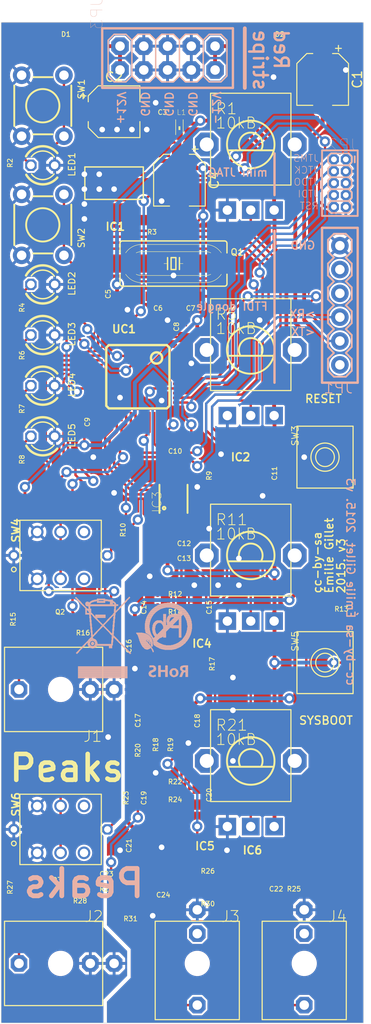
<source format=kicad_pcb>
(kicad_pcb (version 20240108) (generator "pcbnew") (generator_version "8.0")
  (layers (0 "F.Cu" signal) (31 "B.Cu" signal) (34 "B.Paste" user) (35 "F.Paste" user) (36 "B.SilkS" user "B.Silkscreen") (37 "F.SilkS" user "F.Silkscreen") (38 "B.Mask" user) (39 "F.Mask" user) (44 "Edge.Cuts" user))
  (net 0 "")
  (net 1 "GND")
  (net 2 "+3V3")
  (net 3 "N$7")
  (net 4 "N$8")
  (net 5 "BOOT_FLASH")
  (net 6 "RESET")
  (net 7 "JTDI")
  (net 8 "JTDO")
  (net 9 "JTCK")
  (net 10 "JTMS")
  (net 11 "DAC_SS")
  (net 12 "DAC_MOSI")
  (net 13 "DAC_SCK")
  (net 14 "TRIG_1")
  (net 15 "VCC")
  (net 16 "N$57")
  (net 17 "N$66")
  (net 18 "VEE")
  (net 19 "N$56")
  (net 20 "N$64")
  (net 21 "+3V3_A")
  (net 22 "POT_2")
  (net 23 "SW_MODE")
  (net 24 "SW_DUAL")
  (net 25 "N$3")
  (net 26 "N$4")
  (net 27 "N$5")
  (net 28 "N$6")
  (net 29 "N$10")
  (net 30 "N$11")
  (net 31 "N$12")
  (net 32 "N$13")
  (net 33 "AREF_2.5")
  (net 34 "A")
  (net 35 "B")
  (net 36 "N$2")
  (net 37 "N$9")
  (net 38 "N$16")
  (net 39 "N$17")
  (net 40 "N$18")
  (net 41 "N$1")
  (net 42 "N$14")
  (net 43 "TRIG_2")
  (net 44 "SW_TRIG_1")
  (net 45 "SW_TRIG_2")
  (net 46 "RX")
  (net 47 "TX")
  (net 48 "AREF_-10")
  (net 49 "N$42")
  (net 50 "N$43")
  (net 51 "N$45")
  (net 52 "BI_OUT")
  (net 53 "F_CV")
  (net 54 "N$15")
  (net 55 "N$20")
  (net 56 "N$21")
  (net 57 "BI_OUT1")
  (net 58 "F_CV1")
  (net 59 "POT_1")
  (net 60 "POT_3")
  (net 61 "POT_4")
  (net 62 "N$19")
  (net 63 "N$24")
  (net 64 "N$22")
  (footprint "peaks_v30:ALPS_POT_VERTICAL_PS" (layer "F.Cu") (at 155.8136 64.6811 180)
    (property "Reference" "R1")
    (property "Value" "10kB")
  )
  (footprint "peaks_v30:LED3MM" (layer "F.Cu") (at 133.5886 66.9036)
    (property "Reference" "LED1")
    (property "Value" "")
  )
  (footprint "peaks_v30:R0603" (layer "F.Cu") (at 130.7311 98.3361 -90)
    (property "Reference" "R8")
    (property "Value" "100")
  )
  (footprint "peaks_v30:R0603" (layer "F.Cu") (at 145.9711 126.2761 90)
    (property "Reference" "R18")
    (property "Value" "249k")
  )
  (footprint "peaks_v30:0603" (layer "F.Cu") (at 148.1936 62.8413 90)
    (property "Reference" "L1")
    (property "Value" "")
  )
  (footprint "peaks_v30:ALPS_POT_VERTICAL_PS" (layer "F.Cu") (at 155.8136 86.5886 180)
    (property "Reference" "R5")
    (property "Value" "10kB")
  )
  (footprint "peaks_v30:R0603" (layer "F.Cu") (at 130.7311 66.9036 -90)
    (property "Reference" "R2")
    (property "Value" "100")
  )
  (footprint "peaks_v30:LP4OA1PBCT" (layer "F.Cu") (at 135.4936 137.7061)
    (property "Reference" "SW6")
    (property "Value" "LP4OA1PBCT" (hide yes))
  )
  (footprint "peaks_v30:SOT23-BEC" (layer "F.Cu") (at 133.9061 115.4811 -90)
    (property "Reference" "Q2")
    (property "Value" "MMBT3904")
  )
  (footprint "peaks_v30:R0603" (layer "F.Cu") (at 142.7961 145.9611)
    (property "Reference" "R31")
    (property "Value" "1.0k")
  )
  (footprint "peaks_v30:HC49UP" (layer "F.Cu") (at 147.5586 77.3811)
    (property "Reference" "Q1")
    (property "Value" "8MHz")
  )
  (footprint "peaks_v30:DBZ_R-PDSO-G3" (layer "F.Cu") (at 154.5436 99.9236)
    (property "Reference" "IC2")
    (property "Value" "LM4040B25")
  )
  (footprint "peaks_v30:R0603" (layer "F.Cu") (at 147.5586 133.2611)
    (property "Reference" "R22")
    (property "Value" "39k")
  )
  (footprint "peaks_v30:LED3MM" (layer "F.Cu") (at 133.5886 95.7961)
    (property "Reference" "LED5")
    (property "Value" "")
  )
  (footprint "peaks_v30:C0603" (layer "F.Cu") (at 146.2886 106.9086 180)
    (property "Reference" "C12")
    (property "Value" "100n")
  )
  (footprint "peaks_v30:SOT223" (layer "F.Cu") (at 141.2086 68.8086 180)
    (property "Reference" "IC1")
    (property "Value" "LM1117-3.3")
  )
  (footprint "peaks_v30:C0603" (layer "F.Cu") (at 147.5586 96.1136)
    (property "Reference" "C10")
    (property "Value" "100n")
  )
  (footprint "peaks_v30:SO08" (layer "F.Cu") (at 146.9236 120.2436)
    (property "Reference" "IC4")
    (property "Value" "OPA2171")
  )
  (footprint "peaks_v30:DBZ_R-PDSO-G3" (layer "F.Cu") (at 156.1311 141.8336)
    (property "Reference" "IC6")
    (property "Value" "LM4040B10")
  )
  (footprint "peaks_v30:R0603" (layer "F.Cu") (at 137.3986 144.0561 180)
    (property "Reference" "R28")
    (property "Value" "10k")
  )
  (footprint "peaks_v30:R0603" (layer "F.Cu") (at 151.0511 142.7861)
    (property "Reference" "R26")
    (property "Value" "39k")
  )
  (footprint "peaks_v30:R0603" (layer "F.Cu") (at 147.5586 115.1636 180)
    (property "Reference" "R14")
    (property "Value" "39k")
  )
  (footprint "peaks_v30:R0603" (layer "F.Cu") (at 145.3361 72.75)
    (property "Reference" "R3")
    (property "Value" "10k")
  )
  (footprint "peaks_v30:LQFP48" (layer "F.Cu") (at 143.7486 89.4461 180)
    (property "Reference" "UC1")
    (property "Value" "STM32F103CBT6")
  )
  (footprint "peaks_v30:R0603" (layer "F.Cu") (at 142.7961 144.3736 180)
    (property "Reference" "R29")
    (property "Value" "249k")
  )
  (footprint "peaks_v30:SO08" (layer "F.Cu") (at 146.9236 140.2461)
    (property "Reference" "IC5")
    (property "Value" "OPA2171")
  )
  (footprint "peaks_v30:C0603" (layer "F.Cu") (at 143.4311 139.2936 -90)
    (property "Reference" "C21")
    (property "Value" "100n")
  )
  (footprint "peaks_v30:R0603" (layer "F.Cu") (at 160.2586 141.8336 -90)
    (property "Reference" "R25")
    (property "Value" "3.3k")
  )
  (footprint "peaks_v30:SOT23-BEC" (layer "F.Cu") (at 133.5886 144.0561 -90)
    (property "Reference" "Q3")
    (property "Value" "MMBT3904")
  )
  (footprint "peaks_v30:C0603" (layer "F.Cu") (at 146.2886 108.4961 180)
    (property "Reference" "C13")
    (property "Value" "3.3u")
  )
  (footprint "peaks_v30:FIDUCIAL-1X2" (layer "F.Cu") (at 131.6836 155.8036)
    (property "Reference" "F3" (hide yes))
    (property "Value" "FIDUCIAL1X2" (hide yes))
  )
  (footprint "peaks_v30:R0603" (layer "F.Cu") (at 130.7311 82.1436 -90)
    (property "Reference" "R4")
    (property "Value" "100")
  )
  (footprint "peaks_v30:C0603" (layer "F.Cu") (at 150.0986 114.2111 90)
    (property "Reference" "C15")
    (property "Value" "220p")
  )
  (footprint "peaks_v30:C0603" (layer "F.Cu") (at 142.1611 80.8736)
    (property "Reference" "C5")
    (property "Value" "100n")
  )
  (footprint "peaks_v30:EVQ-Q2" (layer "F.Cu") (at 163.7511 98.0186 -90)
    (property "Reference" "SW3")
    (property "Value" "")
  )
  (footprint "peaks_v30:WQP_PJ_301M6" (layer "F.Cu") (at 135.4936 151.9936 90)
    (property "Reference" "J2")
    (property "Value" "PJ301_THONKICONN6" (hide yes))
  )
  (footprint "peaks_v30:R0603" (layer "F.Cu") (at 137.7161 115.4811)
    (property "Reference" "R16")
    (property "Value" "10k")
  )
  (footprint "peaks_v30:WQP_PJ_301M6" (layer "F.Cu") (at 135.4936 122.7836 90)
    (property "Reference" "J1")
    (property "Value" "PJ301_THONKICONN6" (hide yes))
  )
  (footprint "peaks_v30:LED3MM" (layer "F.Cu") (at 133.5886 90.3986)
    (property "Reference" "LED4")
    (property "Value" "")
  )
  (footprint "peaks_v30:FIDUCIAL-1X2" (layer "F.Cu") (at 165.9736 54.2036)
    (property "Reference" "F2" (hide yes))
    (property "Value" "FIDUCIAL1X2" (hide yes))
  )
  (footprint "peaks_v30:C0603" (layer "F.Cu") (at 145.0186 134.2136 -90)
    (property "Reference" "C19")
    (property "Value" "220p")
  )
  (footprint "peaks_v30:C0603" (layer "F.Cu") (at 148.5111 84.3661 90)
    (property "Reference" "C8")
    (property "Value" "100n")
  )
  (footprint "peaks_v30:C0603" (layer "F.Cu") (at 149.4636 80.8736 180)
    (property "Reference" "C7")
    (property "Value" "18p")
  )
  (footprint "peaks_v30:R0603" (layer "F.Cu") (at 147.5586 113.2586)
    (property "Reference" "R12")
    (property "Value" "39k")
  )
  (footprint "peaks_v30:R0603" (layer "F.Cu") (at 141.2086 135.1661 90)
    (property "Reference" "R23")
    (property "Value" "33")
  )
  (footprint "peaks_v30:LED3MM" (layer "F.Cu") (at 133.5886 79.6036)
    (property "Reference" "LED2")
    (property "Value" "")
  )
  (footprint "peaks_v30:C0603" (layer "F.Cu") (at 149.4636 126.2761 90)
    (property "Reference" "C18")
    (property "Value" "100n")
  )
  (footprint "peaks_v30:R0603" (layer "F.Cu") (at 130.7311 87.2236 -90)
    (property "Reference" "R6")
    (property "Value" "100")
  )
  (footprint "peaks_v30:C0603" (layer "F.Cu") (at 150.0986 134.2136 90)
    (property "Reference" "C20")
    (property "Value" "220p")
  )
  (footprint "peaks_v30:C0603" (layer "F.Cu") (at 158.6711 141.8336 90)
    (property "Reference" "C22")
    (property "Value" "470n")
  )
  (footprint "peaks_v30:ALPS_POT_VERTICAL_PS" (layer "F.Cu") (at 155.8136 130.4036 180)
    (property "Reference" "R21")
    (property "Value" "10kB")
  )
  (footprint "peaks_v30:LP4OA1PBCT" (layer "F.Cu") (at 135.4936 108.4961)
    (property "Reference" "SW4")
    (property "Value" "LP4OA1PBCT" (hide yes))
  )
  (footprint "peaks_v30:R0603" (layer "F.Cu") (at 152.0036 99.9236 90)
    (property "Reference" "R9")
    (property "Value" "3.3k")
  )
  (footprint "peaks_v30:C0603" (layer "F.Cu") (at 146.2886 63 90)
    (property "Reference" "C3")
    (property "Value" "100n")
  )
  (footprint "peaks_v30:C0603" (layer "F.Cu") (at 144.3836 126.2761 -90)
    (property "Reference" "C17")
    (property "Value" "18p")
  )
  (footprint "peaks_v30:C0603" (layer "F.Cu") (at 146.2886 145.3261)
    (property "Reference" "C24")
    (property "Value" "100n")
  )
  (footprint "peaks_v30:MSOP-8" (layer "F.Cu") (at 147.5586 102.4636)
    (property "Reference" "IC3")
    (property "Value" "DAC8552")
  )
  (footprint "peaks_v30:R0603" (layer "F.Cu") (at 150.4161 120.2436 90)
    (property "Reference" "R17")
    (property "Value" "39k")
  )
  (footprint "peaks_v30:R0603" (layer "F.Cu") (at 130.7311 92.9386 -90)
    (property "Reference" "R7")
    (property "Value" "100")
  )
  (footprint "peaks_v30:WQP_PJ_301M6" (layer "F.Cu") (at 161.5286 151.9936 180)
    (property "Reference" "J4")
    (property "Value" "PJ301_THONKICONN6" (hide yes))
  )
  (footprint "peaks_v30:EVQ-Q2" (layer "F.Cu") (at 163.7511 119.9261 -90)
    (property "Reference" "SW5")
    (property "Value" "")
  )
  (footprint "peaks_v30:FIDUCIAL-1X2" (layer "F.Cu") (at 131.6836 54.2036)
    (property "Reference" "F1" (hide yes))
    (property "Value" "FIDUCIAL1X2" (hide yes))
  )
  (footprint "peaks_v30:C0603" (layer "F.Cu") (at 143.4311 118.3386 -90)
    (property "Reference" "C16")
    (property "Value" "100n")
  )
  (footprint "peaks_v30:ALPS_POT_VERTICAL_PS" (layer "F.Cu") (at 155.8136 108.4961 180)
    (property "Reference" "R11")
    (property "Value" "10kB")
  )
  (footprint "peaks_v30:C0603" (layer "F.Cu") (at 145.9711 80.8736 180)
    (property "Reference" "C6")
    (property "Value" "18p")
  )
  (footprint "peaks_v30:WQP_PJ_301M6" (layer "F.Cu") (at 150.0986 151.9936 180)
    (property "Reference" "J3")
    (property "Value" "PJ301_THONKICONN6" (hide yes))
  )
  (footprint "peaks_v30:R0603" (layer "F.Cu") (at 147.5586 126.2761 -90)
    (property "Reference" "R19")
    (property "Value" "309k")
  )
  (footprint "peaks_v30:R0603" (layer "F.Cu") (at 151.0511 144.3736)
    (property "Reference" "R30")
    (property "Value" "309k")
  )
  (footprint "peaks_v30:TACTILE-PTH" (layer "F.Cu") (at 133.5886 60.5536 90)
    (property "Reference" "SW1")
    (property "Value" "" (hide yes))
  )
  (footprint "Capacitor_SMD:CP_Elec_5x5.7" (layer "F.Cu") (at 163.5 57.75 -90)
    (property "Reference" "C1")
    (property "Value" "22u")
  )
  (footprint "Capacitor_SMD:CP_Elec_5x5.7" (layer "F.Cu") (at 148.1936 68.4911 -90)
    (property "Reference" "C4")
    (property "Value" "22u")
  )
  (footprint "peaks_v30:LED3MM" (layer "F.Cu") (at 133.5886 85.0011)
    (property "Reference" "LED3")
    (property "Value" "")
  )
  (footprint "peaks_v30:C0603" (layer "F.Cu") (at 138.9861 94.2086 -90)
    (property "Reference" "C9")
    (property "Value" "100n")
  )
  (footprint "peaks_v30:R0603" (layer "F.Cu") (at 147.5586 135.1661 180)
    (property "Reference" "R24")
    (property "Value" "39k")
  )
  (footprint "peaks_v30:TACTILE-PTH" (layer "F.Cu") (at 133.5886 73.2536 90)
    (property "Reference" "SW2")
    (property "Value" "" (hide yes))
  )
  (footprint "peaks_v30:FIDUCIAL-1X2" (layer "F.Cu") (at 165.3386 155.8036)
    (property "Reference" "F4" (hide yes))
    (property "Value" "FIDUCIAL1X2" (hide yes))
  )
  (footprint "peaks_v30:C0603" (layer "F.Cu") (at 142.7961 142.7861)
    (property "Reference" "C23")
    (property "Value" "18p")
  )
  (footprint "peaks_v30:R0603" (layer "F.Cu") (at 131.0486 115.4811 90)
    (property "Reference" "R15")
    (property "Value" "100k")
  )
  (footprint "peaks_v30:R0603" (layer "F.Cu") (at 163.7511 114.5286 90)
    (property "Reference" "R13")
    (property "Value" "10k")
  )
  (footprint "peaks_v30:C0603" (layer "F.Cu") (at 145.0186 114.2111 -90)
    (property "Reference" "C14")
    (property "Value" "220p")
  )
  (footprint "peaks_v30:R0603" (layer "F.Cu") (at 130.7311 144.0561 90)
    (property "Reference" "R27")
    (property "Value" "100k")
  )
  (footprint "peaks_v30:R0603" (layer "F.Cu") (at 144.3836 129.4511 90)
    (property "Reference" "R20")
    (property "Value" "1.0k")
  )
  (footprint "peaks_v30:C0603" (layer "F.Cu") (at 157.0836 99.9236 -90)
    (property "Reference" "C11")
    (property "Value" "470n")
  )
  (footprint "peaks_v30:R0603" (layer "F.Cu") (at 140.8911 105.9561 90)
    (property "Reference" "R10")
    (property "Value" "33")
  )
  (footprint "Capacitor_SMD:CP_Elec_5x5.7" (layer "F.Cu") (at 141.2086 61.1886)
    (property "Reference" "C2")
    (property "Value" "22u")
  )
  (footprint "peaks_v30:SOD123" (layer "F.Cu") (at 158.3536 54.2036)
    (property "Reference" "D2")
    (property "Value" "1N5819HW")
  )
  (footprint "peaks_v30:SOD123" (layer "F.Cu") (at 135.4936 54.2036)
    (property "Reference" "D1")
    (property "Value" "1N5819HW")
  )
  (footprint "peaks_v30:2X5-1.27" (layer "B.Cu") (at 164.7036 70.0786 180)
    (property "Reference" "JP2")
    (property "Value" "M05X2MINIJTAG" (hide yes))
  )
  (footprint "peaks_v30:1X06" (layer "B.Cu") (at 165.3386 75.4761 -90)
    (property "Reference" "JP1")
    (property "Value" "")
  )
  (footprint "peaks_v30:ROHS" (layer "B.Cu") (at 150.4161 122.1486 180)
    (property "Reference" "U$2" (hide yes))
    (property "Value" "" (hide yes))
  )
  (footprint "peaks_v30:AVR_ICSP" (layer "B.Cu") (at 146.9236 55.4736 -90)
    (property "Reference" "JP3")
    (property "Value" "M05X2PTH" (hide yes))
  )
  (gr_line (start 163.4336 73.5711) (end 163.4336 90.0811) (stroke (width 0.254)) (layer "B.SilkS"))
  (gr_line (start 167.2436 73.5711) (end 163.4336 73.5711) (stroke (width 0.254)) (layer "B.SilkS"))
  (gr_line (start 139.9386 58.6486) (end 153.9086 58.6486) (stroke (width 0.254)) (layer "B.SilkS"))
  (gr_line (start 163.4336 72.3011) (end 167.2436 72.3011) (stroke (width 0.2032)) (layer "B.SilkS"))
  (gr_line (start 163.4336 90.0811) (end 167.2436 90.0811) (stroke (width 0.254)) (layer "B.SilkS"))
  (gr_line (start 153.9086 52.2986) (end 139.9386 52.2986) (stroke (width 0.254)) (layer "B.SilkS"))
  (gr_line (start 153.9086 58.6486) (end 153.9086 52.2986) (stroke (width 0.254)) (layer "B.SilkS"))
  (gr_line (start 163.4336 65.3161) (end 163.4336 72.3011) (stroke (width 0.2032)) (layer "B.SilkS"))
  (gr_line (start 167.2436 90.0811) (end 167.2436 73.5711) (stroke (width 0.254)) (layer "B.SilkS"))
  (gr_line (start 158.3536 70.0786) (end 158.3536 65.6336) (stroke (width 0.254)) (layer "B.SilkS"))
  (gr_line (start 167.2436 65.3161) (end 163.4336 65.3161) (stroke (width 0.2032)) (layer "B.SilkS"))
  (gr_line (start 167.2436 72.3011) (end 167.2436 65.3161) (stroke (width 0.2032)) (layer "B.SilkS"))
  (gr_line (start 155.1786 52.2986) (end 155.1786 58.6486) (stroke (width 0.4064)) (layer "B.SilkS"))
  (gr_line (start 139.9386 52.2986) (end 139.9386 58.6486) (stroke (width 0.254)) (layer "B.SilkS"))
  (gr_line (start 158.3536 90.0811) (end 158.3536 73.8886) (stroke (width 0.254)) (layer "B.SilkS"))
  (gr_line (start 129.1436 158.3436) (end 167.8586 158.3436) (stroke (width 0.05)) (layer "Edge.Cuts"))
  (gr_line (start 129.1436 51.6636) (end 129.1436 158.3436) (stroke (width 0.05)) (layer "Edge.Cuts"))
  (gr_line (start 167.8586 158.3436) (end 167.8586 51.6636) (stroke (width 0.05)) (layer "Edge.Cuts"))
  (gr_line (start 167.8586 51.6636) (end 129.1436 51.6636) (stroke (width 0.05)) (layer "Edge.Cuts"))
  (gr_text "JTCK" (at 163.1161 67.8561 0) (layer "B.SilkS") (effects (font (size 0.747776 0.747776) (thickness 0.065024)) (justify left bottom mirror)))
  (gr_text "RST" (at 163.1161 71.6661 0) (layer "B.SilkS") (effects (font (size 0.747776 0.747776) (thickness 0.065024)) (justify left bottom mirror)))
  (gr_text "JTMS" (at 163.1161 66.5861 0) (layer "B.SilkS") (effects (font (size 0.747776 0.747776) (thickness 0.065024)) (justify left bottom mirror)))
  (gr_text "+12V" (at 142.4786 58.9661 -90) (layer "B.SilkS") (effects (font (size 0.8636 0.8636) (thickness 0.1524)) (justify right top mirror)))
  (gr_text "-12V" (at 152.6386 58.9661 -90) (layer "B.SilkS") (effects (font (size 0.8636 0.8636) (thickness 0.1524)) (justify right top mirror)))
  (gr_text ">RX" (at 162.7986 83.2549 0) (layer "B.SilkS") (effects (font (size 0.8636 0.8636) (thickness 0.1524)) (justify left bottom mirror)))
  (gr_text "GND" (at 147.5586 58.9661 -90) (layer "B.SilkS") (effects (font (size 0.8636 0.8636) (thickness 0.1524)) (justify right top mirror)))
  (gr_text "cc-by-sa Émilie Gillet, 2015. v3" (at 165.9736 122.4661 -90) (layer "B.SilkS") (effects (font (size 0.8636 0.8636) (thickness 0.1524)) (justify left bottom mirror)))
  (gr_text "JTDI" (at 163.1161 70.3961 0) (layer "B.SilkS") (effects (font (size 0.747776 0.747776) (thickness 0.065024)) (justify left bottom mirror)))
  (gr_text "JTDO" (at 163.1161 69.1261 0) (layer "B.SilkS") (effects (font (size 0.747776 0.747776) (thickness 0.065024)) (justify left bottom mirror)))
  (gr_text "GND" (at 145.0186 58.9661 -90) (layer "B.SilkS") (effects (font (size 0.8636 0.8636) (thickness 0.1524)) (justify right top mirror)))
  (gr_text "mini JTAG" (at 157.7186 68.1736 0) (layer "B.SilkS") (effects (font (size 0.8636 0.8636) (thickness 0.1524)) (justify left bottom mirror)))
  (gr_text "FTDI dongle" (at 157.7186 82.4611 0) (layer "B.SilkS") (effects (font (size 0.8636 0.8636) (thickness 0.1524)) (justify left bottom mirror)))
  (gr_text "stripe" (at 157.7186 52.2986 -90) (layer "B.SilkS") (effects (font (size 1.5113 1.5113) (thickness 0.2667)) (justify right top mirror)))
  (gr_text "GND" (at 162.7986 75.9524 0) (layer "B.SilkS") (effects (font (size 0.8636 0.8636) (thickness 0.1524)) (justify left bottom mirror)))
  (gr_text "<TX" (at 162.7986 85.1599 0) (layer "B.SilkS") (effects (font (size 0.8636 0.8636) (thickness 0.1524)) (justify left bottom mirror)))
  (gr_text "GND" (at 150.0986 58.9661 -90) (layer "B.SilkS") (effects (font (size 0.8636 0.8636) (thickness 0.1524)) (justify right top mirror)))
  (gr_text "Peaks" (at 144.7011 145.1673 0) (layer "B.SilkS") (effects (font (size 2.91465 2.91465) (thickness 0.51435)) (justify left bottom mirror)))
  (gr_text "Red" (at 159.9411 52.2986 -90) (layer "B.SilkS") (effects (font (size 1.5113 1.5113) (thickness 0.2667)) (justify right top mirror)))
  (gr_text "RESET" (at 161.5286 92.3036 0) (layer "F.SilkS") (effects (font (size 0.8636 0.8636) (thickness 0.1524)) (justify left bottom)))
  (gr_text "2015. v3" (at 165.9736 112.6236 90) (layer "F.SilkS") (effects (font (size 0.8636 0.8636) (thickness 0.1524)) (justify left bottom)))
  (gr_text "SYSBOOT" (at 160.8936 126.5936 0) (layer "F.SilkS") (effects (font (size 0.8636 0.8636) (thickness 0.1524)) (justify left bottom)))
  (gr_text "Émilie Gillet" (at 164.7036 112.6236 90) (layer "F.SilkS") (effects (font (size 0.8636 0.8636) (thickness 0.1524)) (justify left bottom)))
  (gr_text "Peaks" (at 129.7786 132.7849 0) (layer "F.SilkS") (effects (font (size 2.76352 2.76352) (thickness 0.48768)) (justify left bottom)))
  (gr_text "cc-by-sa" (at 163.4336 112.6236 90) (layer "F.SilkS") (effects (font (size 0.8636 0.8636) (thickness 0.1524)) (justify left bottom)))
  (segment (start 140.8911 90.7161) (end 140.8911 91.6686) (width 0.254) (layer "F.Cu") (net 1))
  (segment (start 140.3711 90.1961) (end 140.8911 90.7161) (width 0.254) (layer "F.Cu") (net 1))
  (segment (start 145.9986 92.2761) (end 146.2886 91.9861) (width 0.254) (layer "F.Cu") (net 1))
  (segment (start 140.8636 91.6961) (end 139.4986 91.6961) (width 0.254) (layer "F.Cu") (net 1))
  (segment (start 142.9986 82.6635) (end 142.6374 82.3023) (width 0.254) (layer "F.Cu") (net 1))
  (segment (start 147.9986 87.1961) (end 148.0261 87.2236) (width 0.254) (layer "F.Cu") (net 1))
  (segment (start 140.8911 91.6686) (end 140.8636 91.6961) (width 0.254) (layer "F.Cu") (net 1))
  (segment (start 148.0261 87.2236) (end 149.1461 87.2236) (width 0.254) (layer "F.Cu") (net 1))
  (segment (start 145.9986 93.6961) (end 145.9986 92.2761) (width 0.254) (layer "F.Cu") (net 1))
  (segment (start 142.9986 85.1961) (end 142.9986 82.6635) (width 0.254) (layer "F.Cu") (net 1))
  (segment (start 139.4986 90.1961) (end 140.3711 90.1961) (width 0.254) (layer "F.Cu") (net 1))
  (via (at 143.1136 63.0936) (size 1.108) (drill 0.6) (layers "F.Cu" "B.Cu") (net 1))
  (via (at 154.5436 111.6711) (size 1.108) (drill 0.6) (layers "F.Cu" "B.Cu") (net 1))
  (via (at 138.0336 69.4436) (size 1.108) (drill 0.6) (layers "F.Cu" "B.Cu") (net 1))
  (via (at 153.2736 139.9286) (size 1.108) (drill 0.6) (layers "F.Cu" "B.Cu") (net 1))
  (via (at 161.5286 98.0186) (size 1.108) (drill 0.6) (layers "F.Cu" "B.Cu") (net 1))
  (via (at 146.2886 70.7136) (size 1.108) (drill 0.6) (layers "F.Cu" "B.Cu") (net 1))
  (via (at 156.7661 83.4136) (size 1.108) (drill 0.6) (layers "F.Cu" "B.Cu") (net 1))
  (via (at 143.4311 120.5611) (size 1.108) (drill 0.6) (layers "F.Cu" "B.Cu") (net 1))
  (via (at 154.5436 108.8136) (size 1.108) (drill 0.6) (layers "F.Cu" "B.Cu") (net 1))
  (via (at 146.2886 139.6111) (size 1.108) (drill 0.6) (layers "F.Cu" "B.Cu") (net 1))
  (via (at 141.2086 101.8286) (size 1.108) (drill 0.6) (layers "F.Cu" "B.Cu") (net 1))
  (via (at 141.5261 63.0936) (size 1.108) (drill 0.6) (layers "F.Cu" "B.Cu") (net 1))
  (via (at 138.9861 98.0186) (size 1.108) (drill 0.6) (layers "F.Cu" "B.Cu") (net 1))
  (via (at 140.5736 127.8636) (size 1.108) (drill 0.6) (layers "F.Cu" "B.Cu") (net 1))
  (via (at 146.2886 91.9861) (size 1.108) (drill 0.6) (layers "F.Cu" "B.Cu") (net 1))
  (via (at 139.6211 69.4436) (size 1.108) (drill 0.6) (layers "F.Cu" "B.Cu") (net 1))
  (via (at 145.3361 146.9136) (size 1.108) (drill 0.6) (layers "F.Cu" "B.Cu") (net 1))
  (via (at 139.9386 63.0936) (size 1.108) (drill 0.6) (layers "F.Cu" "B.Cu") (net 1))
  (via (at 153.9086 121.5136) (size 1.108) (drill 0.6) (layers "F.Cu" "B.Cu") (net 1))
  (via (at 141.8436 91.6686) (size 1.108) (drill 0.6) (layers "F.Cu" "B.Cu") (net 1))
  (via (at 146.9236 83.4136) (size 1.108) (drill 0.6) (layers "F.Cu" "B.Cu") (net 1))
  (via (at 157.0836 102.1461) (size 1.108) (drill 0.6) (layers "F.Cu" "B.Cu") (net 1))
  (via (at 145.0186 110.7186) (size 1.108) (drill 0.6) (layers "F.Cu" "B.Cu") (net 1))
  (via (at 149.4636 88.0173) (size 1.108) (drill 0.6) (layers "F.Cu" "B.Cu") (net 1))
  (via (at 145.6536 60.2361) (size 1.108) (drill 0.6) (layers "F.Cu" "B.Cu") (net 1))
  (via (at 138.0336 71.0311) (size 1.108) (drill 0.6) (layers "F.Cu" "B.Cu") (net 1))
  (via (at 150.0986 101.1936) (size 1.108) (drill 0.6) (layers "F.Cu" "B.Cu") (net 1))
  (via (at 147.5586 78.6511) (size 1.108) (drill 0.6) (layers "F.Cu" "B.Cu") (net 1))
  (via (at 144.7011 63.0936) (size 1.108) (drill 0.6) (layers "F.Cu" "B.Cu") (net 1))
  (via (at 158.25 57.5) (size 1.108) (drill 0.6) (layers "F.Cu" "B.Cu") (net 1))
  (via (at 149.7811 111.6711) (size 1.108) (drill 0.6) (layers "F.Cu" "B.Cu") (net 1))
  (via (at 149.1461 128.4986) (size 1.108) (drill 0.6) (layers "F.Cu" "B.Cu") (net 1))
  (via (at 165.9736 56.7436) (size 1.108) (drill 0.6) (layers "F.Cu" "B.Cu") (net 1))
  (via (at 142.6374 82.3023) (size 1.108) (drill 0.6) (layers "F.Cu" "B.Cu") (net 1))
  (via (at 153.9086 125.0061) (size 1.108) (drill 0.6) (layers "F.Cu" "B.Cu") (net 1))
  (via (at 152.3211 111.6711) (size 1.108) (drill 0.6) (layers "F.Cu" "B.Cu") (net 1))
  (via (at 139.6211 67.8561) (size 1.108) (drill 0.6) (layers "F.Cu" "B.Cu") (net 1))
  (via (at 151.3686 105.6386) (size 1.108) (drill 0.6) (layers "F.Cu" "B.Cu") (net 1))
  (via (at 145.6536 131.6736) (size 1.108) (drill 0.6) (layers "F.Cu" "B.Cu") (net 1))
  (via (at 138.0336 72.6186) (size 1.108) (drill 0.6) (layers "F.Cu" "B.Cu") (net 1))
  (via (at 152.6386 97.7011) (size 1.108) (drill 0.6) (layers "F.Cu" "B.Cu") (net 1))
  (via (at 138.0336 67.8561) (size 1.108) (drill 0.6) (layers "F.Cu" "B.Cu") (net 1))
  (via (at 141.8436 139.9286) (size 1.108) (drill 0.6) (layers "F.Cu" "B.Cu") (net 1))
  (via (at 141.2086 69.4436) (size 1.108) (drill 0.6) (layers "F.Cu" "B.Cu") (net 1))
  (via (at 153.9086 130.4036) (size 1.108) (drill 0.6) (layers "F.Cu" "B.Cu") (net 1))
  (segment (start 136.5486 144.0561) (end 136.7636 143.8411) (width 0.3048) (layer "F.Cu") (net 2))
  (segment (start 133.9061 117.0686) (end 133.9061 113.5761) (width 0.3048) (layer "F.Cu") (net 2))
  (segment (start 150.0986 83.4136) (end 150.0986 84.3661) (width 0.4064) (layer "F.Cu") (net 2))
  (segment (start 147.5586 94.5261) (end 146.7086 95.3761) (width 0.254) (layer "F.Cu") (net 2))
  (segment (start 152.9561 67.2211) (end 154.2261 65.9511) (width 0.4064) (layer "F.Cu") (net 2))
  (segment (start 148.1936 63.75) (end 146.3886 63.75) (width 0.4064) (layer "F.Cu") (net 2))
  (segment (start 139.4986 92.4261) (end 139.4986 92.1961) (width 0.254) (layer "F.Cu") (net 2))
  (segment (start 132.3186 133.8961) (end 132.3186 118.9736) (width 0.3048) (layer "F.Cu") (net 2))
  (segment (start 148.1936 66.4411) (end 148.1936 63.75) (width 0.4064) (layer "F.Cu") (net 2))
  (segment (start 133.9061 141.5161) (end 132.6361 141.5161) (width 0.3048) (layer "F.Cu") (net 2))
  (segment (start 141.8436 67.8561) (end 141.2086 67.2211) (width 0.4064) (layer "F.Cu") (net 2))
  (segment (start 146.1161 66.4411) (end 144.7011 67.8561) (width 0.4064) (layer "F.Cu") (net 2))
  (segment (start 144.7011 67.8561) (end 141.8436 67.8561) (width 0.4064) (layer "F.Cu") (net 2))
  (segment (start 141.2086 67.2211) (end 141.2086 65.6844) (width 0.4064) (layer "F.Cu") (net 2))
  (segment (start 138.0336 117.0686) (end 138.6686 116.4336) (width 0.3048) (layer "F.Cu") (net 2))
  (segment (start 148.7261 85.0011) (end 148.5111 85.2161) (width 0.4064) (layer "F.Cu") (net 2))
  (segment (start 139.3036 93.2561) (end 139.3036 92.6211) (width 0.254) (layer "F.Cu") (net 2))
  (segment (start 136.1286 142.4686) (end 134.8586 142.4686) (width 0.3048) (layer "F.Cu") (net 2))
  (segment (start 148.5111 85.2161) (end 148.5111 85.9536) (width 0.254) (layer "F.Cu") (net 2))
  (segment (start 148.5111 85.2161) (end 146.5186 85.2161) (width 0.254) (layer "F.Cu") (net 2))
  (segment (start 150.7336 72.3011) (end 150.0347 73) (width 0.254) (layer "F.Cu") (net 2))
  (segment (start 136.7636 143.8411) (end 136.7636 143.1036) (width 0.3048) (layer "F.Cu") (net 2))
  (segment (start 138.6686 115.5836) (end 138.5661 115.4811) (width 0.3048) (layer "F.Cu") (net 2))
  (segment (start 150.0347 73) (end 146.4361 73) (width 0.254) (layer "F.Cu") (net 2))
  (segment (start 139.0886 93.2561) (end 138.9861 93.3586) (width 0.254) (layer "F.Cu") (net 2))
  (segment (start 141.2086 65.6844) (end 141.1832 65.659) (width 0.4064) (layer "F.Cu") (net 2))
  (segment (start 150.7336 67.2211) (end 152.9561 67.2211) (width 0.4064) (layer "F.Cu") (net 2))
  (segment (start 133.9061 113.5761) (end 131.6836 111.3536) (width 0.3048) (layer "F.Cu") (net 2))
  (segment (start 134.8586 142.4686) (end 133.9061 141.5161) (width 0.3048) (layer "F.Cu") (net 2))
  (segment (start 139.3036 92.6211) (end 139.4986 92.4261) (width 0.254) (layer "F.Cu") (net 2))
  (segment (start 146.4986 95.9036) (end 146.4986 93.6961) (width 0.254) (layer "F.Cu") (net 2))
  (segment (start 139.0886 93.2561) (end 139.3036 93.2561) (width 0.254) (layer "F.Cu") (net 2))
  (segment (start 150.7336 67.2211) (end 150.0986 67.2211) (width 0.4064) (layer "F.Cu") (net 2))
  (segment (start 149.3186 66.4411) (end 148.1936 66.4411) (width 0.4064) (layer "F.Cu") (net 2))
  (segment (start 148.1936 66.4411) (end 146.1161 66.4411) (width 0.4064) (layer "F.Cu") (net 2))
  (segment (start 138.0336 93.5736) (end 138.3511 93.2561) (width 0.254) (layer "F.Cu") (net 2))
  (segment (start 147.9986 86.4661) (end 147.9986 86.6961) (width 0.254) (layer "F.Cu") (net 2))
  (segment (start 150.0986 67.2211) (end 149.3186 66.4411) (width 0.4064) (layer "F.Cu") (net 2))
  (segment (start 150.0986 84.3661) (end 149.4636 85.0011) (width 0.4064) (layer "F.Cu") (net 2))
  (segment (start 136.7636 143.1036) (end 136.1286 142.4686) (width 0.3048) (layer "F.Cu") (net 2))
  (segment (start 131.6836 134.5311) (end 132.3186 133.8961) (width 0.3048) (layer "F.Cu") (net 2))
  (segment (start 149.4636 85.0011) (end 148.7261 85.0011) (width 0.4064) (layer "F.Cu") (net 2))
  (segment (start 148.5111 85.9536) (end 147.9986 86.4661) (width 0.254) (layer "F.Cu") (net 2))
  (segment (start 132.3186 118.9736) (end 133.9061 117.3861) (width 0.3048) (layer "F.Cu") (net 2))
  (segment (start 133.9061 117.0686) (end 138.0336 117.0686) (width 0.3048) (layer "F.Cu") (net 2))
  (segment (start 131.6836 111.3536) (end 131.6836 101.1936) (width 0.3048) (layer "F.Cu") (net 2))
  (segment (start 133.9061 117.3861) (end 133.9061 117.0686) (width 0.3048) (layer "F.Cu") (net 2))
  (segment (start 146.5186 85.2161) (end 146.4986 85.1961) (width 0.254) (layer "F.Cu") (net 2))
  (segment (start 146.7086 95.3761) (end 146.7086 96.1136) (width 0.254) (layer "F.Cu") (net 2))
  (segment (start 131.6836 140.5636) (end 131.6836 134.5311) (width 0.3048) (layer "F.Cu") (net 2))
  (segment (start 146.3886 63.75) (end 146.2886 63.85) (width 0.4064) (layer "F.Cu") (net 2))
  (segment (start 138.6686 116.4336) (end 138.6686 115.5836) (width 0.3048) (layer "F.Cu") (net 2))
  (segment (start 146.4361 73) (end 146.1861 72.75) (width 0.254) (layer "F.Cu") (net 2))
  (segment (start 146.7086 96.1136) (end 146.4986 95.9036) (width 0.254) (layer "F.Cu") (net 2))
  (segment (start 132.6361 141.5161) (end 131.6836 140.5636) (width 0.3048) (layer "F.Cu") (net 2))
  (segment (start 138.3511 93.2561) (end 139.0886 93.2561) (width 0.254) (layer "F.Cu") (net 2))
  (segment (start 138.0336 96.7486) (end 138.0336 93.5736) (width 0.254) (layer "F.Cu") (net 2))
  (via (at 150.0986 83.4136) (size 1.108) (drill 0.6) (layers "F.Cu" "B.Cu") (net 2))
  (via (at 147.5586 94.5261) (size 1.108) (drill 0.6) (layers "F.Cu" "B.Cu") (net 2))
  (via (at 150.7336 67.2211) (size 1.108) (drill 0.6) (layers "F.Cu" "B.Cu") (net 2))
  (via (at 131.6836 101.1936) (size 1.108) (drill 0.6) (layers "F.Cu" "B.Cu") (net 2))
  (via (at 154.2261 65.9511) (size 1.108) (drill 0.6) (layers "F.Cu" "B.Cu") (net 2))
  (via (at 138.0336 96.7486) (size 1.108) (drill 0.6) (layers "F.Cu" "B.Cu") (net 2))
  (via (at 150.7336 72.3011) (size 1.108) (drill 0.6) (layers "F.Cu" "B.Cu") (net 2))
  (segment (start 136.1286 96.7486) (end 138.0336 96.7486) (width 0.3048) (layer "B.Cu") (net 2))
  (segment (start 150.7336 82.7786) (end 150.7336 72.3011) (width 0.4064) (layer "B.Cu") (net 2))
  (segment (start 143.4311 93.2561) (end 143.4311 90.0811) (width 0.4064) (layer "B.Cu") (net 2))
  (segment (start 145.1774 88.3348) (end 145.4948 88.3348) (width 0.254) (layer "B.Cu") (net 2))
  (segment (start 150.7336 72.3011) (end 150.7336 67.2211) (width 0.4064) (layer "B.Cu") (net 2))
  (segment (start 138.0336 96.7486) (end 139.9386 96.7486) (width 0.4064) (layer "B.Cu") (net 2))
  (segment (start 165.9736 64.9986) (end 165.9736 66.2686) (width 0.4064) (layer "B.Cu") (net 2))
  (segment (start 139.9386 96.7486) (end 143.4311 93.2561) (width 0.4064) (layer "B.Cu") (net 2))
  (segment (start 145.1774 88.3348) (end 150.0986 83.4136) (width 0.4064) (layer "B.Cu") (net 2))
  (segment (start 147.2411 94.2086) (end 147.5586 94.5261) (width 0.254) (layer "B.Cu") (net 2))
  (segment (start 145.4948 88.3348) (end 147.2411 90.0811) (width 0.254) (layer "B.Cu") (net 2))
  (segment (start 150.0986 83.4136) (end 150.7336 82.7786) (width 0.4064) (layer "B.Cu") (net 2))
  (segment (start 147.2411 90.0811) (end 147.2411 94.2086) (width 0.254) (layer "B.Cu") (net 2))
  (segment (start 162.7986 61.8236) (end 165.9736 64.9986) (width 0.4064) (layer "B.Cu") (net 2))
  (segment (start 143.4311 90.0811) (end 145.1774 88.3348) (width 0.4064) (layer "B.Cu") (net 2))
  (segment (start 131.6836 101.1936) (end 136.1286 96.7486) (width 0.3048) (layer "B.Cu") (net 2))
  (segment (start 158.3536 61.8236) (end 162.7986 61.8236) (width 0.4064) (layer "B.Cu") (net 2))
  (segment (start 154.2261 65.9511) (end 158.3536 61.8236) (width 0.4064) (layer "B.Cu") (net 2))
  (segment (start 148.5111 80.9761) (end 148.6136 80.8736) (width 0.254) (layer "F.Cu") (net 3))
  (segment (start 152.3846 78.2701) (end 152.3846 77.3811) (width 0.254) (layer "F.Cu") (net 3))
  (segment (start 144.4986 84.2511) (end 146.6061 82.1436) (width 0.254) (layer "F.Cu") (net 3))
  (segment (start 148.5111 81.5086) (end 148.5111 80.9761) (width 0.254) (layer "F.Cu") (net 3))
  (segment (start 146.6061 82.1436) (end 147.8761 82.1436) (width 0.254) (layer "F.Cu") (net 3))
  (segment (start 144.4986 85.1961) (end 144.4986 84.2511) (width 0.254) (layer "F.Cu") (net 3))
  (segment (start 148.5111 79.6036) (end 149.1461 78.9686) (width 0.254) (layer "F.Cu") (net 3))
  (segment (start 147.8761 82.1436) (end 148.5111 81.5086) (width 0.254) (layer "F.Cu") (net 3))
  (segment (start 151.6861 78.9686) (end 152.3846 78.2701) (width 0.254) (layer "F.Cu") (net 3))
  (segment (start 149.1461 78.9686) (end 151.6861 78.9686) (width 0.254) (layer "F.Cu") (net 3))
  (segment (start 148.5111 80.7711) (end 148.5111 79.6036) (width 0.254) (layer "F.Cu") (net 3))
  (segment (start 148.6136 80.8736) (end 148.5111 80.7711) (width 0.254) (layer "F.Cu") (net 3))
  (segment (start 143.7486 79.2861) (end 142.7961 78.3336) (width 0.254) (layer "F.Cu") (net 4))
  (segment (start 142.7961 78.3336) (end 142.7961 77.4446) (width 0.254) (layer "F.Cu") (net 4))
  (segment (start 145.1211 82.6761) (end 145.1211 80.8736) (width 0.254) (layer "F.Cu") (net 4))
  (segment (start 143.9986 85.1961) (end 143.9986 83.7986) (width 0.254) (layer "F.Cu") (net 4))
  (segment (start 145.1211 79.7061) (end 144.7011 79.2861) (width 0.254) (layer "F.Cu") (net 4))
  (segment (start 143.9986 83.7986) (end 145.1211 82.6761) (width 0.254) (layer "F.Cu") (net 4))
  (segment (start 145.1211 80.8736) (end 145.1211 79.7061) (width 0.254) (layer "F.Cu") (net 4))
  (segment (start 144.7011 79.2861) (end 143.7486 79.2861) (width 0.254) (layer "F.Cu") (net 4))
  (segment (start 142.7961 77.4446) (end 142.7326 77.3811) (width 0.254) (layer "F.Cu") (net 4))
  (segment (start 162.1636 82.7786) (end 162.1636 81.5086) (width 0.254) (layer "F.Cu") (net 5))
  (segment (start 164.0686 84.6836) (end 162.1636 82.7786) (width 0.254) (layer "F.Cu") (net 5))
  (segment (start 148.9874 88.9698) (end 148.7137 88.6961) (width 0.254) (layer "F.Cu") (net 5))
  (segment (start 164.7036 111.3536) (end 164.7036 90.0811) (width 0.254) (layer "F.Cu") (net 5))
  (segment (start 155.4961 80.8736) (end 153.2736 83.0961) (width 0.254) (layer "F.Cu") (net 5))
  (segment (start 163.7511 113.6786) (end 163.7511 112.3061) (width 0.254) (layer "F.Cu") (net 5))
  (segment (start 163.7511 112.3061) (end 164.7036 111.3536) (width 0.254) (layer "F.Cu") (net 5))
  (segment (start 161.8461 116.4311) (end 161.8461 114.5286) (width 0.254) (layer "F.Cu") (net 5))
  (segment (start 164.7036 90.0811) (end 164.0686 89.4461) (width 0.254) (layer "F.Cu") (net 5))
  (segment (start 162.1636 81.5086) (end 162.7986 80.8736) (width 0.254) (layer "F.Cu") (net 5))
  (segment (start 162.6961 113.6786) (end 163.7511 113.6786) (width 0.254) (layer "F.Cu") (net 5))
  (segment (start 164.0686 89.4461) (end 164.0686 84.6836) (width 0.254) (layer "F.Cu") (net 5))
  (segment (start 153.2736 83.0961) (end 153.2736 87.5411) (width 0.254) (layer "F.Cu") (net 5))
  (segment (start 161.7511 116.5261) (end 161.8461 116.4311) (width 0.254) (layer "F.Cu") (net 5))
  (segment (start 161.7511 123.3261) (end 161.7511 116.5261) (width 0.254) (layer "F.Cu") (net 5))
  (segment (start 148.7137 88.6961) (end 147.9986 88.6961) (width 0.254) (layer "F.Cu") (net 5))
  (segment (start 153.2736 87.5411) (end 151.8449 88.9698) (width 0.254) (layer "F.Cu") (net 5))
  (segment (start 151.8449 88.9698) (end 148.9874 88.9698) (width 0.254) (layer "F.Cu") (net 5))
  (segment (start 161.8461 114.5286) (end 162.6961 113.6786) (width 0.254) (layer "F.Cu") (net 5))
  (via (at 155.4961 80.8736) (size 1.108) (drill 0.6) (layers "F.Cu" "B.Cu") (net 5))
  (via (at 162.7986 80.8736) (size 1.108) (drill 0.6) (layers "F.Cu" "B.Cu") (net 5))
  (segment (start 162.7986 80.8736) (end 155.4961 80.8736) (width 0.254) (layer "B.Cu") (net 5))
  (segment (start 144.3836 72.6475) (end 144.4861 72.75) (width 0.254) (layer "F.Cu") (net 6))
  (segment (start 163.1161 70.7136) (end 163.7511 71.3486) (width 0.254) (layer "F.Cu") (net 6))
  (segment (start 146.6061 68.4911) (end 153.9086 68.4911) (width 0.254) (layer "F.Cu") (net 6))
  (segment (start 143.4986 83.0286) (end 144.0661 82.4611) (width 0.254) (layer "F.Cu") (net 6))
  (segment (start 163.7511 71.3486) (end 164.7036 71.3486) (width 0.254) (layer "F.Cu") (net 6))
  (segment (start 166.9261 74.5236) (end 166.9261 89.7636) (width 0.254) (layer "F.Cu") (net 6))
  (segment (start 165.7511 94.6186) (end 165.7511 101.4186) (width 0.254) (layer "F.Cu") (net 6))
  (segment (start 165.7511 102.0511) (end 165.6561 102.1461) (width 0.254) (layer "F.Cu") (net 6))
  (segment (start 143.4986 85.1961) (end 143.4986 83.0286) (width 0.254) (layer "F.Cu") (net 6))
  (segment (start 153.9086 68.4911) (end 155.1786 67.2211) (width 0.254) (layer "F.Cu") (net 6))
  (segment (start 163.7511 64.3636) (end 163.7511 65.9511) (width 0.254) (layer "F.Cu") (net 6))
  (segment (start 144.3836 70.7136) (end 144.3836 72.6475) (width 0.254) (layer "F.Cu") (net 6))
  (segment (start 163.1161 66.5861) (end 163.1161 70.7136) (width 0.254) (layer "F.Cu") (net 6))
  (segment (start 165.7511 101.4186) (end 165.7511 102.0511) (width 0.254) (layer "F.Cu") (net 6))
  (segment (start 164.7036 71.3486) (end 164.7036 72.3011) (width 0.254) (layer "F.Cu") (net 6))
  (segment (start 163.7511 65.9511) (end 163.1161 66.5861) (width 0.254) (layer "F.Cu") (net 6))
  (segment (start 165.6561 94.5236) (end 165.7511 94.6186) (width 0.254) (layer "F.Cu") (net 6))
  (segment (start 144.3836 70.7136) (end 146.6061 68.4911) (width 0.254) (layer "F.Cu") (net 6))
  (segment (start 165.6561 91.0336) (end 165.6561 94.5236) (width 0.254) (layer "F.Cu") (net 6))
  (segment (start 164.7036 72.3011) (end 166.9261 74.5236) (width 0.254) (layer "F.Cu") (net 6))
  (segment (start 166.9261 89.7636) (end 165.6561 91.0336) (width 0.254) (layer "F.Cu") (net 6))
  (via (at 144.3836 70.7136) (size 1.108) (drill 0.6) (layers "F.Cu" "B.Cu") (net 6))
  (via (at 163.7511 64.3636) (size 1.108) (drill 0.6) (layers "F.Cu" "B.Cu") (net 6))
  (via (at 155.1786 67.2211) (size 1.108) (drill 0.6) (layers "F.Cu" "B.Cu") (net 6))
  (via (at 144.0661 82.4611) (size 1.108) (drill 0.6) (layers "F.Cu" "B.Cu") (net 6))
  (segment (start 158.6711 62.4586) (end 161.8461 62.4586) (width 0.254) (layer "B.Cu") (net 6))
  (segment (start 155.4961 65.6336) (end 158.6711 62.4586) (width 0.254) (layer "B.Cu") (net 6))
  (segment (start 155.1786 67.2211) (end 155.4961 66.9036) (width 0.254) (layer "B.Cu") (net 6))
  (segment (start 161.8461 62.4586) (end 163.7511 64.3636) (width 0.254) (layer "B.Cu") (net 6))
  (segment (start 144.3836 82.1436) (end 144.3836 70.7136) (width 0.254) (layer "B.Cu") (net 6))
  (segment (start 155.4961 66.9036) (end 155.4961 65.6336) (width 0.254) (layer "B.Cu") (net 6))
  (segment (start 144.0661 82.4611) (end 144.3836 82.1436) (width 0.254) (layer "B.Cu") (net 6))
  (segment (start 152.4799 90.2398) (end 154.5436 88.1761) (width 0.254) (layer "F.Cu") (net 7))
  (segment (start 154.5436 88.1761) (end 154.5436 84.3661) (width 0.254) (layer "F.Cu") (net 7))
  (segment (start 150.8924 90.2398) (end 152.4799 90.2398) (width 0.254) (layer "F.Cu") (net 7))
  (segment (start 157.0836 81.8261) (end 157.0836 78.6511) (width 0.254) (layer "F.Cu") (net 7))
  (segment (start 148.0261 91.6686) (end 149.4636 91.6686) (width 0.254) (layer "F.Cu") (net 7))
  (segment (start 154.5436 84.3661) (end 157.0836 81.8261) (width 0.254) (layer "F.Cu") (net 7))
  (segment (start 157.0836 78.6511) (end 156.7661 78.3336) (width 0.254) (layer "F.Cu") (net 7))
  (segment (start 149.4636 91.6686) (end 150.8924 90.2398) (width 0.254) (layer "F.Cu") (net 7))
  (segment (start 147.9986 91.6961) (end 148.0261 91.6686) (width 0.254) (layer "F.Cu") (net 7))
  (via (at 156.7661 78.3336) (size 1.108) (drill 0.6) (layers "F.Cu" "B.Cu") (net 7))
  (segment (start 158.6711 75.4761) (end 160.8936 75.4761) (width 0.254) (layer "B.Cu") (net 7))
  (segment (start 164.0686 70.0786) (end 164.7036 70.0786) (width 0.254) (layer "B.Cu") (net 7))
  (segment (start 163.7511 70.3961) (end 164.0686 70.0786) (width 0.254) (layer "B.Cu") (net 7))
  (segment (start 156.7661 77.3811) (end 158.6711 75.4761) (width 0.254) (layer "B.Cu") (net 7))
  (segment (start 160.8936 75.4761) (end 163.7511 72.6186) (width 0.254) (layer "B.Cu") (net 7))
  (segment (start 156.7661 78.3336) (end 156.7661 77.3811) (width 0.254) (layer "B.Cu") (net 7))
  (segment (start 163.7511 72.6186) (end 163.7511 70.3961) (width 0.254) (layer "B.Cu") (net 7))
  (segment (start 156.4486 81.5086) (end 156.4486 79.9211) (width 0.254) (layer "F.Cu") (net 8))
  (segment (start 150.5748 89.6048) (end 152.1623 89.6048) (width 0.254) (layer "F.Cu") (net 8))
  (segment (start 153.9086 84.0486) (end 156.4486 81.5086) (width 0.254) (layer "F.Cu") (net 8))
  (segment (start 156.4486 79.9211) (end 156.1311 79.6036) (width 0.254) (layer "F.Cu") (net 8))
  (segment (start 152.1623 89.6048) (end 153.9086 87.8586) (width 0.254) (layer "F.Cu") (net 8))
  (segment (start 147.9986 91.1961) (end 148.9836 91.1961) (width 0.254) (layer "F.Cu") (net 8))
  (segment (start 153.9086 87.8586) (end 153.9086 84.0486) (width 0.254) (layer "F.Cu") (net 8))
  (segment (start 148.9836 91.1961) (end 150.5748 89.6048) (width 0.254) (layer "F.Cu") (net 8))
  (via (at 156.1311 79.6036) (size 1.108) (drill 0.6) (layers "F.Cu" "B.Cu") (net 8))
  (segment (start 156.1311 79.6036) (end 155.8136 79.2861) (width 0.254) (layer "B.Cu") (net 8))
  (segment (start 160.5761 74.8411) (end 163.1161 72.3011) (width 0.254) (layer "B.Cu") (net 8))
  (segment (start 155.8136 77.3811) (end 158.3536 74.8411) (width 0.254) (layer "B.Cu") (net 8))
  (segment (start 158.3536 74.8411) (end 160.5761 74.8411) (width 0.254) (layer "B.Cu") (net 8))
  (segment (start 163.1161 72.3011) (end 163.1161 69.7611) (width 0.254) (layer "B.Cu") (net 8))
  (segment (start 163.1161 69.7611) (end 164.0686 68.8086) (width 0.254) (layer "B.Cu") (net 8))
  (segment (start 155.8136 79.2861) (end 155.8136 77.3811) (width 0.254) (layer "B.Cu") (net 8))
  (segment (start 164.0686 68.8086) (end 164.7036 68.8086) (width 0.254) (layer "B.Cu") (net 8))
  (segment (start 149.0386 92.1961) (end 149.4636 92.6211) (width 0.254) (layer "F.Cu") (net 9))
  (segment (start 147.9986 92.1961) (end 149.0386 92.1961) (width 0.254) (layer "F.Cu") (net 9))
  (via (at 149.4636 92.6211) (size 1.108) (drill 0.6) (layers "F.Cu" "B.Cu") (net 9))
  (segment (start 149.4636 91.9861) (end 151.3686 90.0811) (width 0.254) (layer "B.Cu") (net 9))
  (segment (start 151.3686 90.0811) (end 153.2736 90.0811) (width 0.254) (layer "B.Cu") (net 9))
  (segment (start 164.0686 67.5386) (end 164.7036 67.5386) (width 0.254) (layer "B.Cu") (net 9))
  (segment (start 160.2586 74.2061) (end 162.4811 71.9836) (width 0.254) (layer "B.Cu") (net 9))
  (segment (start 154.2261 89.1286) (end 154.2261 80.5561) (width 0.254) (layer "B.Cu") (net 9))
  (segment (start 153.2736 90.0811) (end 154.2261 89.1286) (width 0.254) (layer "B.Cu") (net 9))
  (segment (start 158.0361 74.2061) (end 160.2586 74.2061) (width 0.254) (layer "B.Cu") (net 9))
  (segment (start 149.4636 92.6211) (end 149.4636 91.9861) (width 0.254) (layer "B.Cu") (net 9))
  (segment (start 155.1786 79.6036) (end 155.1786 77.0636) (width 0.254) (layer "B.Cu") (net 9))
  (segment (start 162.4811 71.9836) (end 162.4811 69.1261) (width 0.254) (layer "B.Cu") (net 9))
  (segment (start 155.1786 77.0636) (end 158.0361 74.2061) (width 0.254) (layer "B.Cu") (net 9))
  (segment (start 154.2261 80.5561) (end 155.1786 79.6036) (width 0.254) (layer "B.Cu") (net 9))
  (segment (start 162.4811 69.1261) (end 164.0686 67.5386) (width 0.254) (layer "B.Cu") (net 9))
  (segment (start 145.9711 97.0661) (end 149.1461 97.0661) (width 0.254) (layer "F.Cu") (net 10))
  (segment (start 145.4986 96.5936) (end 145.4986 93.6961) (width 0.254) (layer "F.Cu") (net 10))
  (segment (start 149.4636 96.7486) (end 149.4636 94.5261) (width 0.254) (layer "F.Cu") (net 10))
  (segment (start 149.1461 97.0661) (end 149.4636 96.7486) (width 0.254) (layer "F.Cu") (net 10))
  (segment (start 145.4986 96.5936) (end 145.9711 97.0661) (width 0.254) (layer "F.Cu") (net 10))
  (via (at 149.4636 94.5261) (size 1.108) (drill 0.6) (layers "F.Cu" "B.Cu") (net 10))
  (segment (start 148.5111 91.9861) (end 151.0511 89.4461) (width 0.254) (layer "B.Cu") (net 10))
  (segment (start 153.5911 80.2386) (end 154.5436 79.2861) (width 0.254) (layer "B.Cu") (net 10))
  (segment (start 151.0511 89.4461) (end 152.9561 89.4461) (width 0.254) (layer "B.Cu") (net 10))
  (segment (start 159.9411 73.5711) (end 161.8461 71.6661) (width 0.254) (layer "B.Cu") (net 10))
  (segment (start 154.5436 79.2861) (end 154.5436 76.7461) (width 0.254) (layer "B.Cu") (net 10))
  (segment (start 157.7186 73.5711) (end 159.9411 73.5711) (width 0.254) (layer "B.Cu") (net 10))
  (segment (start 153.5911 88.8111) (end 153.5911 80.2386) (width 0.254) (layer "B.Cu") (net 10))
  (segment (start 154.5436 76.7461) (end 157.7186 73.5711) (width 0.254) (layer "B.Cu") (net 10))
  (segment (start 161.8461 68.4911) (end 164.0686 66.2686) (width 0.254) (layer "B.Cu") (net 10))
  (segment (start 161.8461 71.6661) (end 161.8461 68.4911) (width 0.254) (layer "B.Cu") (net 10))
  (segment (start 152.9561 89.4461) (end 153.5911 88.8111) (width 0.254) (layer "B.Cu") (net 10))
  (segment (start 148.5111 93.5736) (end 148.5111 91.9861) (width 0.254) (layer "B.Cu") (net 10))
  (segment (start 149.4636 94.5261) (end 148.5111 93.5736) (width 0.254) (layer "B.Cu") (net 10))
  (segment (start 164.0686 66.2686) (end 164.7036 66.2686) (width 0.254) (layer "B.Cu") (net 10))
  (segment (start 140.2561 99.606) (end 142.6374 101.9873) (width 0.254) (layer "F.Cu") (net 11))
  (segment (start 140.9986 95.0536) (end 140.9986 93.6961) (width 0.254) (layer "F.Cu") (net 11))
  (segment (start 140.2561 99.606) (end 140.2561 95.7961) (width 0.254) (layer "F.Cu") (net 11))
  (segment (start 147.8761 101.9873) (end 148.5111 101.3523) (width 0.254) (layer "F.Cu") (net 11))
  (segment (start 140.2561 95.7961) (end 140.9986 95.0536) (width 0.254) (layer "F.Cu") (net 11))
  (segment (start 148.5111 101.3523) (end 148.5111 100.0861) (width 0.254) (layer "F.Cu") (net 11))
  (segment (start 148.5111 100.0861) (end 148.5336 100.0636) (width 0.254) (layer "F.Cu") (net 11))
  (segment (start 142.6374 101.9873) (end 147.8761 101.9873) (width 0.254) (layer "F.Cu") (net 11))
  (segment (start 147.0824 101.0348) (end 147.2411 100.8761) (width 0.254) (layer "F.Cu") (net 12))
  (segment (start 141.2086 98.9711) (end 141.2086 96.431) (width 0.254) (layer "F.Cu") (net 12))
  (segment (start 147.2411 100.0711) (end 147.2336 100.0636) (width 0.254) (layer "F.Cu") (net 12))
  (segment (start 147.2411 100.8761) (end 147.2411 100.0711) (width 0.254) (layer "F.Cu") (net 12))
  (segment (start 141.2086 96.431) (end 142.0024 95.6372) (width 0.254) (layer "F.Cu") (net 12))
  (segment (start 143.2723 101.0348) (end 147.0824 101.0348) (width 0.254) (layer "F.Cu") (net 12))
  (segment (start 142.4986 94.5061) (end 142.4986 93.6961) (width 0.254) (layer "F.Cu") (net 12))
  (segment (start 141.2086 98.9711) (end 143.2723 101.0348) (width 0.254) (layer "F.Cu") (net 12))
  (segment (start 142.0024 95.6372) (end 142.0024 95.0023) (width 0.254) (layer "F.Cu") (net 12))
  (segment (start 142.0024 95.0023) (end 142.4986 94.5061) (width 0.254) (layer "F.Cu") (net 12))
  (segment (start 140.7324 99.2886) (end 142.9549 101.5111) (width 0.254) (layer "F.Cu") (net 13))
  (segment (start 147.8761 100.0711) (end 147.8836 100.0636) (width 0.254) (layer "F.Cu") (net 13))
  (segment (start 140.7324 99.2886) (end 140.7324 96.1135) (width 0.254) (layer "F.Cu") (net 13))
  (segment (start 142.9549 101.5111) (end 147.5586 101.5111) (width 0.254) (layer "F.Cu") (net 13))
  (segment (start 147.8761 101.1936) (end 147.8761 100.0711) (width 0.254) (layer "F.Cu") (net 13))
  (segment (start 140.7324 96.1135) (end 141.4986 95.3473) (width 0.254) (layer "F.Cu") (net 13))
  (segment (start 141.4986 95.3473) (end 141.4986 93.6961) (width 0.254) (layer "F.Cu") (net 13))
  (segment (start 147.5586 101.5111) (end 147.8761 101.1936) (width 0.254) (layer "F.Cu") (net 13))
  (segment (start 134.8586 144.2261) (end 134.8586 144.6911) (width 0.254) (layer "F.Cu") (net 14))
  (segment (start 134.2236 140.8811) (end 134.2236 133.2611) (width 0.254) (layer "F.Cu") (net 14))
  (segment (start 132.9536 131.9911) (end 132.9536 119.6086) (width 0.254) (layer "F.Cu") (net 14))
  (segment (start 142.4786 108.8136) (end 142.4786 103.4161) (width 0.254) (layer "F.Cu") (net 14))
  (segment (start 134.6886 144.0561) (end 134.8586 144.2261) (width 0.3048) (layer "F.Cu") (net 14))
  (segment (start 139.6211 116.4336) (end 139.6211 111.6711) (width 0.254) (layer "F.Cu") (net 14))
  (segment (start 137.3986 141.8336) (end 135.1761 141.8336) (width 0.254) (layer "F.Cu") (net 14))
  (segment (start 138.2486 142.6836) (end 137.3986 141.8336) (width 0.254) (layer "F.Cu") (net 14))
  (segment (start 138.2486 144.7936) (end 138.2486 144.0561) (width 0.254) (layer "F.Cu") (net 14))
  (segment (start 138.0336 145.0086) (end 138.2486 144.7936) (width 0.254) (layer "F.Cu") (net 14))
  (segment (start 144.3836 95.9547) (end 144.9986 95.3397) (width 0.254) (layer "F.Cu") (net 14))
  (segment (start 135.1761 141.8336) (end 134.2236 140.8811) (width 0.254) (layer "F.Cu") (net 14))
  (segment (start 144.9986 95.3397) (end 144.9986 93.6961) (width 0.254) (layer "F.Cu") (net 14))
  (segment (start 138.2486 144.0561) (end 138.2486 142.6836) (width 0.254) (layer "F.Cu") (net 14))
  (segment (start 134.8586 117.7036) (end 138.3511 117.7036) (width 0.254) (layer "F.Cu") (net 14))
  (segment (start 134.2236 133.2611) (end 132.9536 131.9911) (width 0.254) (layer "F.Cu") (net 14))
  (segment (start 138.3511 117.7036) (end 139.6211 116.4336) (width 0.254) (layer "F.Cu") (net 14))
  (segment (start 144.3836 96.2724) (end 144.3836 95.9547) (width 0.254) (layer "F.Cu") (net 14))
  (segment (start 134.8586 144.6911) (end 135.1761 145.0086) (width 0.254) (layer "F.Cu") (net 14))
  (segment (start 139.6211 111.6711) (end 142.4786 108.8136) (width 0.254) (layer "F.Cu") (net 14))
  (segment (start 132.9536 119.6086) (end 134.8586 117.7036) (width 0.254) (layer "F.Cu") (net 14))
  (segment (start 135.1761 145.0086) (end 138.0336 145.0086) (width 0.254) (layer "F.Cu") (net 14))
  (via (at 144.3836 96.2724) (size 1.108) (drill 0.6) (layers "F.Cu" "B.Cu") (net 14))
  (via (at 142.4786 103.4161) (size 1.108) (drill 0.6) (layers "F.Cu" "B.Cu") (net 14))
  (segment (start 142.4786 101.1936) (end 144.7011 98.9711) (width 0.254) (layer "B.Cu") (net 14))
  (segment (start 144.7011 96.5899) (end 144.3836 96.2724) (width 0.254) (layer "B.Cu") (net 14))
  (segment (start 142.4786 103.4161) (end 142.4786 101.1936) (width 0.254) (layer "B.Cu") (net 14))
  (segment (start 144.7011 98.9711) (end 144.7011 96.5899) (width 0.254) (layer "B.Cu") (net 14))
  (segment (start 139.3036 60.6986) (end 139.3036 56.7436) (width 0.4064) (layer "F.Cu") (net 15))
  (segment (start 143.4311 138.4436) (end 143.4311 137.7061) (width 0.4064) (layer "F.Cu") (net 15))
  (segment (start 160.5761 70.7136) (end 158.9886 69.1261) (width 0.4064) (layer "F.Cu") (net 15))
  (segment (start 139.1586 61.1886) (end 139.1586 61.3336) (width 0.4064) (layer "F.Cu") (net 15))
  (segment (start 162.4811 85.6361) (end 160.5761 83.7311) (width 0.4064) (layer "F.Cu") (net 15))
  (segment (start 139.1586 65.3976) (end 138.8972 65.659) (width 0.4064) (layer "F.Cu") (net 15))
  (segment (start 145.0186 117.6436) (end 144.8636 117.4886) (width 0.4064) (layer "F.Cu") (net 15))
  (segment (start 144.8636 117.4886) (end 143.4311 117.4886) (width 0.4064) (layer "F.Cu") (net 15))
  (segment (start 144.0661 123.101) (end 144.0661 121.5136) (width 0.4064) (layer "F.Cu") (net 15))
  (segment (start 139.1311 60.8711) (end 138.9861 61.0161) (width 0.4064) (layer "F.Cu") (net 15))
  (segment (start 138.9861 61.0161) (end 139.1586 61.1886) (width 0.4064) (layer "F.Cu") (net 15))
  (segment (start 143.4311 137.7061) (end 142.6373 136.9123) (width 0.4064) (layer "F.Cu") (net 15))
  (segment (start 158.9886 69.1261) (end 158.9886 65.6336) (width 0.4064) (layer "F.Cu") (net 15))
  (segment (start 158.9886 65.6336) (end 152.3211 58.9661) (width 0.4064) (layer "F.Cu") (net 15))
  (segment (start 134.2236 55.7911) (end 133.5936 55.1611) (width 0.4064) (layer "F.Cu") (net 15))
  (segment (start 139.1311 60.8711) (end 139.3036 60.6986) (width 0.4064) (layer "F.Cu") (net 15))
  (segment (start 144.0661 121.5136) (end 145.0186 120.5611) (width 0.4064) (layer "F.Cu") (net 15))
  (segment (start 152.3211 58.9661) (end 141.8436 58.9661) (width 0.4064) (layer "F.Cu") (net 15))
  (segment (start 139.9386 60.8711) (end 139.1311 60.8711) (width 0.4064) (layer "F.Cu") (net 15))
  (segment (start 144.2286 137.6461) (end 145.0186 137.6461) (width 0.4064) (layer "F.Cu") (net 15))
  (segment (start 139.3036 56.7436) (end 138.3511 55.7911) (width 0.4064) (layer "F.Cu") (net 15))
  (segment (start 163.1161 91.3511) (end 162.4811 90.7161) (width 0.4064) (layer "F.Cu") (net 15))
  (segment (start 143.4311 138.4436) (end 144.2286 137.6461) (width 0.4064) (layer "F.Cu") (net 15))
  (segment (start 138.9861 65.3161) (end 139.0771 65.3161) (width 0.4064) (layer "F.Cu") (net 15))
  (segment (start 138.3511 55.7911) (end 134.2236 55.7911) (width 0.4064) (layer "F.Cu") (net 15))
  (segment (start 141.8436 58.9661) (end 139.9386 60.8711) (width 0.4064) (layer "F.Cu") (net 15))
  (segment (start 133.5936 55.1611) (end 133.5936 54.2036) (width 0.4064) (layer "F.Cu") (net 15))
  (segment (start 139.1586 61.3336) (end 138.6686 61.8236) (width 0.4064) (layer "F.Cu") (net 15))
  (segment (start 142.6373 124.5298) (end 144.0661 123.101) (width 0.4064) (layer "F.Cu") (net 15))
  (segment (start 138.6686 61.8236) (end 138.6686 64.9986) (width 0.4064) (layer "F.Cu") (net 15))
  (segment (start 162.4811 90.7161) (end 162.4811 85.6361) (width 0.4064) (layer "F.Cu") (net 15))
  (segment (start 163.1161 110.0836) (end 163.1161 91.3511) (width 0.4064) (layer "F.Cu") (net 15))
  (segment (start 160.5761 83.7311) (end 160.5761 70.7136) (width 0.4064) (layer "F.Cu") (net 15))
  (segment (start 145.0186 120.5611) (end 145.0186 117.6436) (width 0.4064) (layer "F.Cu") (net 15))
  (segment (start 143.4311 117.4886) (end 143.4311 114.2111) (width 0.4064) (layer "F.Cu") (net 15))
  (segment (start 139.0771 65.3161) (end 139.1586 65.3976) (width 0.4064) (layer "F.Cu") (net 15))
  (segment (start 138.6686 64.9986) (end 138.9861 65.3161) (width 0.4064) (layer "F.Cu") (net 15))
  (segment (start 159.9411 113.2586) (end 163.1161 110.0836) (width 0.4064) (layer "F.Cu") (net 15))
  (segment (start 142.6373 136.9123) (end 142.6373 124.5298) (width 0.4064) (layer "F.Cu") (net 15))
  (via (at 143.4311 114.2111) (size 1.108) (drill 0.6) (layers "F.Cu" "B.Cu") (net 15))
  (via (at 159.9411 113.2586) (size 1.108) (drill 0.6) (layers "F.Cu" "B.Cu") (net 15))
  (segment (start 144.3836 113.2586) (end 159.9411 113.2586) (width 0.4064) (layer "B.Cu") (net 15))
  (segment (start 143.4311 114.2111) (end 144.3836 113.2586) (width 0.4064) (layer "B.Cu") (net 15))
  (segment (start 131.0486 150.7236) (end 130.7311 150.4061) (width 0.254) (layer "F.Cu") (net 16))
  (segment (start 130.7311 150.4061) (end 130.7311 144.9061) (width 0.254) (layer "F.Cu") (net 16))
  (segment (start 131.0486 151.9936) (end 131.0486 150.7236) (width 0.254) (layer "F.Cu") (net 16))
  (segment (start 130.7311 143.2061) (end 132.4886 143.2061) (width 0.254) (layer "F.Cu") (net 17))
  (segment (start 132.4886 143.2061) (end 132.4886 143.1061) (width 0.254) (layer "F.Cu") (net 17))
  (segment (start 163.4336 90.3986) (end 163.4336 85.3186) (width 0.4064) (layer "F.Cu") (net 18))
  (segment (start 153.9086 145.0086) (end 160.2586 145.0086) (width 0.3048) (layer "F.Cu") (net 18))
  (segment (start 149.4636 124.6886) (end 148.8286 124.0536) (width 0.4064) (layer "F.Cu") (net 18))
  (segment (start 162.7986 139.9286) (end 160.5761 139.9286) (width 0.4064) (layer "F.Cu") (net 18))
  (segment (start 164.0686 91.0336) (end 163.4336 90.3986) (width 0.4064) (layer "F.Cu") (net 18))
  (segment (start 163.5 60.6986) (end 162.6261 60.6986) (width 0.4064) (layer "F.Cu") (net 18))
  (segment (start 162.4811 63.7286) (end 163.5 62.7097) (width 0.4064) (layer "F.Cu") (net 18))
  (segment (start 148.8286 144.6911) (end 148.8286 142.8461) (width 0.4064) (layer "F.Cu") (net 18))
  (segment (start 160.5761 123.7361) (end 159.9411 123.7361) (width 0.4064) (layer "F.Cu") (net 18))
  (segment (start 147.1386 145.3261) (end 148.1936 145.3261) (width 0.4064) (layer "F.Cu") (net 18))
  (segment (start 162.6261 60.6986) (end 160.2586 58.3311) (width 0.4064) (layer "F.Cu") (net 18))
  (segment (start 161.5286 66.2686) (end 162.4811 65.3161) (width 0.4064) (layer "F.Cu") (net 18))
  (segment (start 147.1386 145.5411) (end 147.2411 145.6436) (width 0.4064) (layer "F.Cu") (net 18))
  (segment (start 162.7986 142.4686) (end 162.7986 139.9286) (width 0.3048) (layer "F.Cu") (net 18))
  (segment (start 160.5761 125.3236) (end 160.5761 123.7361) (width 0.4064) (layer "F.Cu") (net 18))
  (segment (start 162.4811 65.3161) (end 162.4811 63.7286) (width 0.4064) (layer "F.Cu") (net 18))
  (segment (start 160.5761 114.2111) (end 164.0686 110.7186) (width 0.4064) (layer "F.Cu") (net 18))
  (segment (start 162.7986 127.5461) (end 160.5761 125.3236) (width 0.4064) (layer "F.Cu") (net 18))
  (segment (start 148.1936 145.3261) (end 148.8286 144.6911) (width 0.4064) (layer "F.Cu") (net 18))
  (segment (start 160.2586 58.3311) (end 160.2586 54.2086) (width 0.4064) (layer "F.Cu") (net 18))
  (segment (start 163.5 62.7097) (end 163.5 60.6986) (width 0.4064) (layer "F.Cu") (net 18))
  (segment (start 160.5761 139.9286) (end 160.2586 140.2461) (width 0.4064) (layer "F.Cu") (net 18))
  (segment (start 162.7986 139.9286) (end 162.7986 127.5461) (width 0.4064) (layer "F.Cu") (net 18))
  (segment (start 148.1936 147.5486) (end 151.3686 147.5486) (width 0.3048) (layer "F.Cu") (net 18))
  (segment (start 163.4336 85.3186) (end 161.5286 83.4136) (width 0.4064) (layer "F.Cu") (net 18))
  (segment (start 164.0686 110.7186) (end 164.0686 91.0336) (width 0.4064) (layer "F.Cu") (net 18))
  (segment (start 147.2411 146.5961) (end 147.2411 145.4286) (width 0.3048) (layer "F.Cu") (net 18))
  (segment (start 149.4636 124.6886) (end 149.4636 125.4261) (width 0.4064) (layer "F.Cu") (net 18))
  (segment (start 160.2586 140.2461) (end 160.2586 140.9836) (width 0.4064) (layer "F.Cu") (net 18))
  (segment (start 148.1936 147.5486) (end 147.2411 146.5961) (width 0.3048) (layer "F.Cu") (net 18))
  (segment (start 160.5761 123.7361) (end 160.5761 114.2111) (width 0.4064) (layer "F.Cu") (net 18))
  (segment (start 150.4161 123.7361) (end 149.4636 124.6886) (width 0.4064) (layer "F.Cu") (net 18))
  (segment (start 160.2586 54.2086) (end 160.2536 54.2036) (width 0.4064) (layer "F.Cu") (net 18))
  (segment (start 160.2586 145.0086) (end 162.7986 142.4686) (width 0.3048) (layer "F.Cu") (net 18))
  (segment (start 147.1386 145.3261) (end 147.1386 145.5411) (width 0.4064) (layer "F.Cu") (net 18))
  (segment (start 151.3686 147.5486) (end 153.9086 145.0086) (width 0.3048) (layer "F.Cu") (net 18))
  (segment (start 147.2411 145.4286) (end 147.1386 145.3261) (width 0.4064) (layer "F.Cu") (net 18))
  (segment (start 161.5286 83.4136) (end 161.5286 66.2686) (width 0.4064) (layer "F.Cu") (net 18))
  (segment (start 148.8286 124.0536) (end 148.8286 122.8436) (width 0.4064) (layer "F.Cu") (net 18))
  (via (at 150.4161 123.7361) (size 1.108) (drill 0.6) (layers "F.Cu" "B.Cu") (net 18))
  (via (at 159.9411 123.7361) (size 1.108) (drill 0.6) (layers "F.Cu" "B.Cu") (net 18))
  (segment (start 159.9411 123.7361) (end 150.4161 123.7361) (width 0.4064) (layer "B.Cu") (net 18))
  (segment (start 141.8436 54.2036) (end 141.8436 56.7436) (width 0.4064) (layer "F.Cu") (net 19))
  (segment (start 137.3936 54.2036) (end 141.8436 54.2036) (width 0.4064) (layer "F.Cu") (net 19))
  (segment (start 152.0036 54.2036) (end 156.4536 54.2036) (width 0.4064) (layer "F.Cu") (net 20))
  (segment (start 152.0036 56.7436) (end 152.0036 54.2036) (width 0.4064) (layer "F.Cu") (net 20))
  (segment (start 141.2086 82.4611) (end 142.4986 83.7511) (width 0.254) (layer "F.Cu") (net 21))
  (segment (start 152.0036 102.1461) (end 152.0036 100.7736) (width 0.254) (layer "F.Cu") (net 21))
  (segment (start 146.6061 104.8861) (end 146.6061 103.7336) (width 0.254) (layer "F.Cu") (net 21))
  (segment (start 158.3536 93.6286) (end 158.3136 93.5886) (width 0.4064) (layer "F.Cu") (net 21))
  (segment (start 141.3111 80.8736) (end 141.2086 80.9761) (width 0.254) (layer "F.Cu") (net 21))
  (segment (start 146.9236 110.0836) (end 146.9236 108.7111) (width 0.4064) (layer "F.Cu") (net 21))
  (segment (start 158.3136 71.6811) (end 158.3136 66.2286) (width 0.4064) (layer "F.Cu") (net 21))
  (segment (start 158.3136 86.3111) (end 159.6236 85.0011) (width 0.4064) (layer "F.Cu") (net 21))
  (segment (start 158.3536 95.4786) (end 158.3536 93.6286) (width 0.4064) (layer "F.Cu") (net 21))
  (segment (start 159.9411 97.0661) (end 158.3536 95.4786) (width 0.4064) (layer "F.Cu") (net 21))
  (segment (start 146.9236 108.7111) (end 147.1386 108.4961) (width 0.4064) (layer "F.Cu") (net 21))
  (segment (start 158.3536 116.1161) (end 158.3136 116.0761) (width 0.4064) (layer "F.Cu") (net 21))
  (segment (start 158.3536 75.7936) (end 158.3536 71.7211) (width 0.4064) (layer "F.Cu") (net 21))
  (segment (start 141.5261 79.6036) (end 141.5261 80.6586) (width 0.4064) (layer "F.Cu") (net 21))
  (segment (start 142.4986 83.7511) (end 142.4986 85.1961) (width 0.254) (layer "F.Cu") (net 21))
  (segment (start 147.1386 106.9086) (end 147.1386 106.1711) (width 0.4064) (layer "F.Cu") (net 21))
  (segment (start 147.1386 108.4961) (end 147.1386 106.9086) (width 0.4064) (layer "F.Cu") (net 21))
  (segment (start 141.5261 80.6586) (end 141.3111 80.8736) (width 0.4064) (layer "F.Cu") (net 21))
  (segment (start 146.6061 103.7336) (end 147.2411 103.0986) (width 0.254) (layer "F.Cu") (net 21))
  (segment (start 158.3136 137.4036) (end 158.3536 137.3636) (width 0.4064) (layer "F.Cu") (net 21))
  (segment (start 158.3536 119.9261) (end 158.3536 116.1161) (width 0.4064) (layer "F.Cu") (net 21))
  (segment (start 146.5836 104.8636) (end 146.6061 104.8861) (width 0.4064) (layer "F.Cu") (net 21))
  (segment (start 158.3136 116.0761) (end 158.3136 115.4961) (width 0.4064) (layer "F.Cu") (net 21))
  (segment (start 158.3136 93.5886) (end 158.3136 86.3111) (width 0.4064) (layer "F.Cu") (net 21))
  (segment (start 159.6236 85.0011) (end 159.6236 77.0636) (width 0.4064) (layer "F.Cu") (net 21))
  (segment (start 158.3136 114.5686) (end 158.3536 114.5286) (width 0.4064) (layer "F.Cu") (net 21))
  (segment (start 151.0511 103.0986) (end 152.0036 102.1461) (width 0.254) (layer "F.Cu") (net 21))
  (segment (start 158.3536 110.4011) (end 158.3536 105.3211) (width 0.4064) (layer "F.Cu") (net 21))
  (segment (start 154.2261 62.1411) (end 150.4161 62.1411) (width 0.4064) (layer "F.Cu") (net 21))
  (segment (start 158.3136 115.4961) (end 158.3136 114.5686) (width 0.4064) (layer "F.Cu") (net 21))
  (segment (start 159.9411 103.7336) (end 159.9411 97.0661) (width 0.4064) (layer "F.Cu") (net 21))
  (segment (start 158.3536 137.3636) (end 158.3536 119.9261) (width 0.4064) (layer "F.Cu") (net 21))
  (segment (start 147.1386 106.1711) (end 146.5836 105.6161) (width 0.4064) (layer "F.Cu") (net 21))
  (segment (start 141.2086 80.9761) (end 141.2086 82.4611) (width 0.254) (layer "F.Cu") (net 21))
  (segment (start 159.6236 77.0636) (end 158.3536 75.7936) (width 0.4064) (layer "F.Cu") (net 21))
  (segment (start 148.2586 62.4586) (end 148.1936 62.3936) (width 0.4064) (layer "F.Cu") (net 21))
  (segment (start 158.3536 114.5286) (end 158.3536 110.4011) (width 0.4064) (layer "F.Cu") (net 21))
  (segment (start 165.7511 119.9261) (end 165.7511 123.3261) (width 0.254) (layer "F.Cu") (net 21))
  (segment (start 158.3536 105.3211) (end 159.9411 103.7336) (width 0.4064) (layer "F.Cu") (net 21))
  (segment (start 147.2411 103.0986) (end 151.0511 103.0986) (width 0.254) (layer "F.Cu") (net 21))
  (segment (start 150.4161 62.1411) (end 150.0986 62.4586) (width 0.4064) (layer "F.Cu") (net 21))
  (segment (start 150.0986 62.4586) (end 148.2586 62.4586) (width 0.4064) (layer "F.Cu") (net 21))
  (segment (start 158.3136 66.2286) (end 154.2261 62.1411) (width 0.4064) (layer "F.Cu") (net 21))
  (segment (start 164.7036 119.9261) (end 165.7511 119.9261) (width 0.254) (layer "F.Cu") (net 21))
  (segment (start 165.7511 119.9261) (end 165.7511 116.5261) (width 0.254) (layer "F.Cu") (net 21))
  (segment (start 158.3536 71.7211) (end 158.3136 71.6811) (width 0.4064) (layer "F.Cu") (net 21))
  (segment (start 146.5836 105.6161) (end 146.5836 104.8636) (width 0.4064) (layer "F.Cu") (net 21))
  (via (at 158.3536 110.4011) (size 1.108) (drill 0.6) (layers "F.Cu" "B.Cu") (net 21))
  (via (at 146.9236 110.0836) (size 1.108) (drill 0.6) (layers "F.Cu" "B.Cu") (net 21))
  (via (at 141.5261 79.6036) (size 1.108) (drill 0.6) (layers "F.Cu" "B.Cu") (net 21))
  (via (at 158.3536 119.9261) (size 1.108) (drill 0.6) (layers "F.Cu" "B.Cu") (net 21))
  (via (at 150.4161 62.1411) (size 1.108) (drill 0.6) (layers "F.Cu" "B.Cu") (net 21))
  (via (at 164.7036 119.9261) (size 1.108) (drill 0.6) (layers "F.Cu" "B.Cu") (net 21))
  (segment (start 147.2411 110.4011) (end 146.9236 110.0836) (width 0.4064) (layer "B.Cu") (net 21))
  (segment (start 158.3536 110.4011) (end 147.2411 110.4011) (width 0.4064) (layer "B.Cu") (net 21))
  (segment (start 150.4161 62.1411) (end 141.5261 71.0311) (width 0.4064) (layer "B.Cu") (net 21))
  (segment (start 141.5261 71.0311) (end 141.5261 79.6036) (width 0.4064) (layer "B.Cu") (net 21))
  (segment (start 158.3536 119.9261) (end 164.7036 119.9261) (width 0.4064) (layer "B.Cu") (net 21))
  (segment (start 158.9886 84.6836) (end 157.7186 85.9536) (width 0.254) (layer "F.Cu") (net 22))
  (segment (start 140.9986 85.1961) (end 140.9986 84.7911) (width 0.254) (layer "F.Cu") (net 22))
  (segment (start 156.1311 74.5236) (end 158.9886 77.3811) (width 0.254) (layer "F.Cu") (net 22))
  (segment (start 140.9986 84.7911) (end 138.3511 82.1436) (width 0.254) (layer "F.Cu") (net 22))
  (segment (start 158.9886 77.3811) (end 158.9886 84.6836) (width 0.254) (layer "F.Cu") (net 22))
  (segment (start 138.6686 74.5236) (end 156.1311 74.5236) (width 0.254) (layer "F.Cu") (net 22))
  (segment (start 157.7186 85.9536) (end 157.7186 90.3986) (width 0.254) (layer "F.Cu") (net 22))
  (segment (start 138.3511 82.1436) (end 138.3511 74.8411) (width 0.254) (layer "F.Cu") (net 22))
  (segment (start 155.8136 92.3036) (end 155.8136 93.5886) (width 0.254) (layer "F.Cu") (net 22))
  (segment (start 138.3511 74.8411) (end 138.6686 74.5236) (width 0.254) (layer "F.Cu") (net 22))
  (segment (start 157.7186 90.3986) (end 155.8136 92.3036) (width 0.254) (layer "F.Cu") (net 22))
  (segment (start 138.0336 85.9536) (end 137.3986 85.3186) (width 0.254) (layer "F.Cu") (net 23))
  (segment (start 136.4461 83.0961) (end 136.4461 79.2861) (width 0.254) (layer "F.Cu") (net 23))
  (segment (start 135.8492 63.8048) (end 135.8492 57.3024) (width 0.254) (layer "F.Cu") (net 23))
  (segment (start 137.3986 84.0486) (end 136.4461 83.0961) (width 0.254) (layer "F.Cu") (net 23))
  (segment (start 142.4786 88.8111) (end 143.4311 87.8586) (width 0.254) (layer "F.Cu") (net 23))
  (segment (start 133.5886 68.8086) (end 133.5886 66.0654) (width 0.254) (layer "F.Cu") (net 23))
  (segment (start 137.3986 85.3186) (end 137.3986 84.0486) (width 0.254) (layer "F.Cu") (net 23))
  (segment (start 134.2236 77.0636) (end 134.2236 69.4436) (width 0.254) (layer "F.Cu") (net 23))
  (segment (start 143.4311 87.8586) (end 144.7011 87.8586) (width 0.254) (layer "F.Cu") (net 23))
  (segment (start 134.2236 69.4436) (end 133.5886 68.8086) (width 0.254) (layer "F.Cu") (net 23))
  (segment (start 136.4461 79.2861) (end 134.2236 77.0636) (width 0.254) (layer "F.Cu") (net 23))
  (segment (start 133.5886 66.0654) (end 135.8492 63.8048) (width 0.254) (layer "F.Cu") (net 23))
  (segment (start 144.7011 87.8586) (end 145.9986 86.5611) (width 0.254) (layer "F.Cu") (net 23))
  (segment (start 145.9986 86.5611) (end 145.9986 85.1961) (width 0.254) (layer "F.Cu") (net 23))
  (via (at 138.0336 85.9536) (size 1.108) (drill 0.6) (layers "F.Cu" "B.Cu") (net 23))
  (via (at 142.4786 88.8111) (size 1.108) (drill 0.6) (layers "F.Cu" "B.Cu") (net 23))
  (segment (start 140.8911 88.8111) (end 142.4786 88.8111) (width 0.254) (layer "B.Cu") (net 23))
  (segment (start 138.0336 85.9536) (end 140.8911 88.8111) (width 0.254) (layer "B.Cu") (net 23))
  (segment (start 138.3511 84.3661) (end 138.3511 84.0486) (width 0.254) (layer "F.Cu") (net 24))
  (segment (start 144.3836 87.2236) (end 145.4986 86.1086) (width 0.254) (layer "F.Cu") (net 24))
  (segment (start 135.8492 76.5048) (end 135.8492 70.0024) (width 0.254) (layer "F.Cu") (net 24))
  (segment (start 137.0811 82.7786) (end 137.0811 77.7367) (width 0.254) (layer "F.Cu") (net 24))
  (segment (start 137.0811 77.7367) (end 135.8492 76.5048) (width 0.254) (layer "F.Cu") (net 24))
  (segment (start 145.4986 86.1086) (end 145.4986 85.1961) (width 0.254) (layer "F.Cu") (net 24))
  (segment (start 138.3511 84.0486) (end 137.0811 82.7786) (width 0.254) (layer "F.Cu") (net 24))
  (segment (start 141.5261 87.2236) (end 144.3836 87.2236) (width 0.254) (layer "F.Cu") (net 24))
  (via (at 141.5261 87.2236) (size 1.108) (drill 0.6) (layers "F.Cu" "B.Cu") (net 24))
  (via (at 138.3511 84.3661) (size 1.108) (drill 0.6) (layers "F.Cu" "B.Cu") (net 24))
  (segment (start 141.5261 87.2236) (end 141.2086 87.2236) (width 0.254) (layer "B.Cu") (net 24))
  (segment (start 141.2086 87.2236) (end 138.3511 84.3661) (width 0.254) (layer "B.Cu") (net 24))
  (segment (start 130.7311 81.2936) (end 130.7311 81.1911) (width 0.254) (layer "F.Cu") (net 25))
  (segment (start 130.7311 81.1911) (end 132.3186 79.6036) (width 0.254) (layer "F.Cu") (net 25))
  (segment (start 130.9461 86.3736) (end 132.3186 85.0011) (width 0.254) (layer "F.Cu") (net 26))
  (segment (start 130.7311 86.3736) (end 130.9461 86.3736) (width 0.254) (layer "F.Cu") (net 26))
  (segment (start 130.7311 92.0886) (end 130.7311 91.9861) (width 0.254) (layer "F.Cu") (net 27))
  (segment (start 130.7311 91.9861) (end 132.3186 90.3986) (width 0.254) (layer "F.Cu") (net 27))
  (segment (start 130.7311 97.3836) (end 132.3186 95.7961) (width 0.254) (layer "F.Cu") (net 28))
  (segment (start 130.7311 97.4861) (end 130.7311 97.3836) (width 0.254) (layer "F.Cu") (net 28))
  (segment (start 135.1486 87.1961) (end 139.4986 87.1961) (width 0.254) (layer "F.Cu") (net 29))
  (segment (start 133.5886 85.6361) (end 135.1486 87.1961) (width 0.254) (layer "F.Cu") (net 29))
  (segment (start 133.5886 84.3661) (end 133.5886 85.6361) (width 0.254) (layer "F.Cu") (net 29))
  (segment (start 130.7311 82.9936) (end 132.2161 82.9936) (width 0.254) (layer "F.Cu") (net 29))
  (segment (start 132.2161 82.9936) (end 133.5886 84.3661) (width 0.254) (layer "F.Cu") (net 29))
  (segment (start 132.6886 87.6961) (end 139.4986 87.6961) (width 0.254) (layer "F.Cu") (net 30))
  (segment (start 130.7311 88.0736) (end 132.3111 88.0736) (width 0.254) (layer "F.Cu") (net 30))
  (segment (start 132.3111 88.0736) (end 132.6886 87.6961) (width 0.254) (layer "F.Cu") (net 30))
  (segment (start 134.5211 88.1961) (end 139.4986 88.1961) (width 0.254) (layer "F.Cu") (net 31))
  (segment (start 130.7311 93.7886) (end 132.1036 93.7886) (width 0.254) (layer "F.Cu") (net 31))
  (segment (start 132.1036 93.7886) (end 133.2711 92.6211) (width 0.254) (layer "F.Cu") (net 31))
  (segment (start 133.2711 89.4461) (end 134.5211 88.1961) (width 0.254) (layer "F.Cu") (net 31))
  (segment (start 133.2711 92.6211) (end 133.2711 89.4461) (width 0.254) (layer "F.Cu") (net 31))
  (segment (start 132.1036 99.1861) (end 133.2711 98.0186) (width 0.254) (layer "F.Cu") (net 32))
  (segment (start 133.2711 98.0186) (end 133.2711 94.2086) (width 0.254) (layer "F.Cu") (net 32))
  (segment (start 133.9061 89.7636) (end 134.9736 88.6961) (width 0.254) (layer "F.Cu") (net 32))
  (segment (start 134.9736 88.6961) (end 139.4986 88.6961) (width 0.254) (layer "F.Cu") (net 32))
  (segment (start 133.2711 94.2086) (end 133.9061 93.5736) (width 0.254) (layer "F.Cu") (net 32))
  (segment (start 130.7311 99.1861) (end 132.1036 99.1861) (width 0.254) (layer "F.Cu") (net 32))
  (segment (start 133.9061 93.5736) (end 133.9061 89.7636) (width 0.254) (layer "F.Cu") (net 32))
  (segment (start 147.2336 104.8636) (end 147.2411 104.8561) (width 0.4064) (layer "F.Cu") (net 33))
  (segment (start 156.1311 99.2886) (end 156.8686 99.2886) (width 0.254) (layer "F.Cu") (net 33))
  (segment (start 153.5936 101.0236) (end 153.5911 101.0211) (width 0.254) (layer "F.Cu") (net 33))
  (segment (start 156.8686 99.2886) (end 157.0836 99.0736) (width 0.254) (layer "F.Cu") (net 33))
  (segment (start 153.5911 99.9236) (end 155.4961 99.9236) (width 0.254) (layer "F.Cu") (net 33))
  (segment (start 147.2411 104.8561) (end 147.2411 104.0511) (width 0.254) (layer "F.Cu") (net 33))
  (segment (start 153.5936 102.4611) (end 153.5936 101.0236) (width 0.254) (layer "F.Cu") (net 33))
  (segment (start 152.7411 99.0736) (end 152.0036 99.0736) (width 0.254) (layer "F.Cu") (net 33))
  (segment (start 153.5911 99.9236) (end 152.7411 99.0736) (width 0.254) (layer "F.Cu") (net 33))
  (segment (start 152.3211 103.7336) (end 153.5936 102.4611) (width 0.254) (layer "F.Cu") (net 33))
  (segment (start 147.5586 103.7336) (end 152.3211 103.7336) (width 0.254) (layer "F.Cu") (net 33))
  (segment (start 153.5911 101.0211) (end 153.5911 99.9236) (width 0.254) (layer "F.Cu") (net 33))
  (segment (start 155.4961 99.9236) (end 156.1311 99.2886) (width 0.254) (layer "F.Cu") (net 33))
  (segment (start 147.2411 104.0511) (end 147.5586 103.7336) (width 0.254) (layer "F.Cu") (net 33))
  (segment (start 148.4086 130.5061) (end 152.0036 126.9111) (width 0.254) (layer "F.Cu") (net 34))
  (segment (start 148.5111 105.6386) (end 148.5111 104.8861) (width 0.254) (layer "F.Cu") (net 34))
  (segment (start 148.5111 104.8861) (end 148.5336 104.8636) (width 0.254) (layer "F.Cu") (net 34))
  (segment (start 151.0511 117.0686) (end 151.0511 111.0361) (width 0.254) (layer "F.Cu") (net 34))
  (segment (start 148.4086 133.2611) (end 148.4086 130.5061) (width 0.254) (layer "F.Cu") (net 34))
  (segment (start 152.0036 118.0211) (end 151.0511 117.0686) (width 0.254) (layer "F.Cu") (net 34))
  (segment (start 152.0036 126.9111) (end 152.0036 118.0211) (width 0.254) (layer "F.Cu") (net 34))
  (segment (start 151.0511 111.0361) (end 149.1461 109.1311) (width 0.254) (layer "F.Cu") (net 34))
  (segment (start 149.1461 109.1311) (end 149.1461 106.2736) (width 0.254) (layer "F.Cu") (net 34))
  (segment (start 149.1461 106.2736) (end 148.5111 105.6386) (width 0.254) (layer "F.Cu") (net 34))
  (segment (start 148.4086 106.4886) (end 147.8761 105.9561) (width 0.254) (layer "F.Cu") (net 35))
  (segment (start 147.8761 105.9561) (end 147.8761 104.8711) (width 0.254) (layer "F.Cu") (net 35))
  (segment (start 148.4086 113.2586) (end 148.4086 106.4886) (width 0.254) (layer "F.Cu") (net 35))
  (segment (start 147.8761 104.8711) (end 147.8836 104.8636) (width 0.254) (layer "F.Cu") (net 35))
  (segment (start 139.9386 125.3236) (end 139.9386 118.0211) (width 0.254) (layer "F.Cu") (net 36))
  (segment (start 134.8586 91.9861) (end 135.8111 91.0336) (width 0.254) (layer "F.Cu") (net 36))
  (segment (start 135.8111 91.0336) (end 135.8111 89.7636) (width 0.254) (layer "F.Cu") (net 36))
  (segment (start 134.2236 98.6536) (end 133.9061 98.3361) (width 0.254) (layer "F.Cu") (net 36))
  (segment (start 141.2086 132.9436) (end 139.3036 131.0386) (width 0.254) (layer "F.Cu") (net 36))
  (segment (start 134.8586 93.5736) (end 134.8586 91.9861) (width 0.254) (layer "F.Cu") (net 36))
  (segment (start 134.2236 112.3061) (end 134.2236 98.6536) (width 0.254) (layer "F.Cu") (net 36))
  (segment (start 139.9386 118.0211) (end 140.8911 117.0686) (width 0.254) (layer "F.Cu") (net 36))
  (segment (start 140.8911 112.6236) (end 141.2086 112.3061) (width 0.254) (layer "F.Cu") (net 36))
  (segment (start 133.9061 94.5261) (end 134.8586 93.5736) (width 0.254) (layer "F.Cu") (net 36))
  (segment (start 140.8911 117.0686) (end 140.8911 112.6236) (width 0.254) (layer "F.Cu") (net 36))
  (segment (start 136.3786 89.1961) (end 139.4986 89.1961) (width 0.254) (layer "F.Cu") (net 36))
  (segment (start 133.9061 98.3361) (end 133.9061 94.5261) (width 0.254) (layer "F.Cu") (net 36))
  (segment (start 135.8111 89.7636) (end 136.3786 89.1961) (width 0.254) (layer "F.Cu") (net 36))
  (segment (start 139.3036 131.0386) (end 139.3036 125.9586) (width 0.254) (layer "F.Cu") (net 36))
  (segment (start 139.3036 125.9586) (end 139.9386 125.3236) (width 0.254) (layer "F.Cu") (net 36))
  (segment (start 141.2086 134.3161) (end 141.2086 132.9436) (width 0.254) (layer "F.Cu") (net 36))
  (via (at 134.2236 112.3061) (size 1.108) (drill 0.6) (layers "F.Cu" "B.Cu") (net 36))
  (via (at 141.2086 112.3061) (size 1.108) (drill 0.6) (layers "F.Cu" "B.Cu") (net 36))
  (segment (start 141.2086 112.3061) (end 134.2236 112.3061) (width 0.254) (layer "B.Cu") (net 36))
  (segment (start 137.1486 89.6961) (end 139.4986 89.6961) (width 0.254) (layer "F.Cu") (net 37))
  (segment (start 136.2873 91.8273) (end 136.2873 90.5573) (width 0.254) (layer "F.Cu") (net 37))
  (segment (start 136.2873 90.5573) (end 137.1486 89.6961) (width 0.254) (layer "F.Cu") (net 37))
  (segment (start 140.8911 105.1061) (end 140.8911 103.7336) (width 0.254) (layer "F.Cu") (net 37))
  (segment (start 135.8111 92.3036) (end 136.2873 91.8273) (width 0.254) (layer "F.Cu") (net 37))
  (segment (start 137.0811 98.9711) (end 135.8111 97.7011) (width 0.254) (layer "F.Cu") (net 37))
  (segment (start 137.0811 99.9236) (end 137.0811 98.9711) (width 0.254) (layer "F.Cu") (net 37))
  (segment (start 135.8111 97.7011) (end 135.8111 92.3036) (width 0.254) (layer "F.Cu") (net 37))
  (segment (start 140.8911 103.7336) (end 137.0811 99.9236) (width 0.254) (layer "F.Cu") (net 37))
  (segment (start 140.4936 137.7061) (end 141.2086 136.9911) (width 0.254) (layer "F.Cu") (net 38))
  (segment (start 141.2086 136.9911) (end 141.2086 136.0161) (width 0.254) (layer "F.Cu") (net 38))
  (segment (start 140.4936 108.4961) (end 140.8911 108.0986) (width 0.254) (layer "F.Cu") (net 39))
  (segment (start 140.8911 108.0986) (end 140.8911 106.8061) (width 0.254) (layer "F.Cu") (net 39))
  (segment (start 130.7311 66.0536) (end 131.4686 66.0536) (width 0.254) (layer "F.Cu") (net 40))
  (segment (start 131.4686 66.0536) (end 132.3186 66.9036) (width 0.254) (layer "F.Cu") (net 40))
  (segment (start 131.0486 122.7836) (end 131.0486 116.3311) (width 0.254) (layer "F.Cu") (net 41))
  (segment (start 132.8061 114.6311) (end 132.8061 114.5311) (width 0.254) (layer "F.Cu") (net 42))
  (segment (start 131.0486 114.6311) (end 132.8061 114.6311) (width 0.254) (layer "F.Cu") (net 42))
  (segment (start 138.5061 91.1961) (end 139.4986 91.1961) (width 0.254) (layer "F.Cu") (net 43))
  (segment (start 136.7636 113.8936) (end 136.7636 100.8761) (width 0.254) (layer "F.Cu") (net 43))
  (segment (start 136.7636 114.5286) (end 136.7636 113.8936) (width 0.254) (layer "F.Cu") (net 43))
  (segment (start 137.7161 91.9861) (end 138.5061 91.1961) (width 0.254) (layer "F.Cu") (net 43))
  (segment (start 138.9861 100.5586) (end 137.7161 99.2886) (width 0.254) (layer "F.Cu") (net 43))
  (segment (start 137.7161 99.2886) (end 137.7161 98.6536) (width 0.254) (layer "F.Cu") (net 43))
  (segment (start 137.7161 98.6536) (end 136.2874 97.2249) (width 0.254) (layer "F.Cu") (net 43))
  (segment (start 136.8661 115.4811) (end 136.8661 114.6311) (width 0.254) (layer "F.Cu") (net 43))
  (segment (start 136.2874 92.6211) (end 136.9224 91.9861) (width 0.254) (layer "F.Cu") (net 43))
  (segment (start 136.8661 114.6311) (end 136.7636 114.5286) (width 0.254) (layer "F.Cu") (net 43))
  (segment (start 135.0061 115.4811) (end 136.8661 115.4811) (width 0.254) (layer "F.Cu") (net 43))
  (segment (start 136.9224 91.9861) (end 137.7161 91.9861) (width 0.254) (layer "F.Cu") (net 43))
  (segment (start 136.2874 97.2249) (end 136.2874 92.6211) (width 0.254) (layer "F.Cu") (net 43))
  (via (at 136.7636 100.8761) (size 1.108) (drill 0.6) (layers "F.Cu" "B.Cu") (net 43))
  (via (at 138.9861 100.5586) (size 1.108) (drill 0.6) (layers "F.Cu" "B.Cu") (net 43))
  (via (at 136.7636 113.8936) (size 1.108) (drill 0.6) (layers "F.Cu" "B.Cu") (net 43))
  (segment (start 136.7636 100.8761) (end 137.3986 100.2411) (width 0.254) (layer "B.Cu") (net 43))
  (segment (start 138.6686 100.2411) (end 138.9861 100.5586) (width 0.254) (layer "B.Cu") (net 43))
  (segment (start 137.3986 100.2411) (end 138.6686 100.2411) (width 0.254) (layer "B.Cu") (net 43))
  (segment (start 135.1761 118.3386) (end 138.6686 118.3386) (width 0.254) (layer "F.Cu") (net 44))
  (segment (start 140.2561 116.7511) (end 140.2561 111.9886) (width 0.254) (layer "F.Cu") (net 44))
  (segment (start 135.4936 140.2061) (end 135.4936 135.2061) (width 0.254) (layer "F.Cu") (net 44))
  (segment (start 143.1136 105.3211) (end 143.7486 104.6861) (width 0.254) (layer "F.Cu") (net 44))
  (segment (start 133.5886 131.6736) (end 133.5886 119.9261) (width 0.254) (layer "F.Cu") (net 44))
  (segment (start 135.4936 135.2061) (end 135.4936 133.5786) (width 0.254) (layer "F.Cu") (net 44))
  (segment (start 143.1136 109.1311) (end 143.1136 105.3211) (width 0.254) (layer "F.Cu") (net 44))
  (segment (start 140.2561 111.9886) (end 143.1136 109.1311) (width 0.254) (layer "F.Cu") (net 44))
  (segment (start 145.3561 90.6961) (end 147.9986 90.6961) (width 0.254) (layer "F.Cu") (net 44))
  (segment (start 135.4936 133.5786) (end 133.5886 131.6736) (width 0.254) (layer "F.Cu") (net 44))
  (segment (start 138.6686 118.3386) (end 140.2561 116.7511) (width 0.254) (layer "F.Cu") (net 44))
  (segment (start 145.0186 91.0336) (end 145.3561 90.6961) (width 0.254) (layer "F.Cu") (net 44))
  (segment (start 133.5886 119.9261) (end 135.1761 118.3386) (width 0.254) (layer "F.Cu") (net 44))
  (via (at 143.7486 104.6861) (size 1.108) (drill 0.6) (layers "F.Cu" "B.Cu") (net 44))
  (via (at 145.0186 91.0336) (size 1.108) (drill 0.6) (layers "F.Cu" "B.Cu") (net 44))
  (segment (start 144.7011 91.3511) (end 145.0186 91.0336) (width 0.254) (layer "B.Cu") (net 44))
  (segment (start 144.0661 101.8286) (end 145.3361 100.5586) (width 0.254) (layer "B.Cu") (net 44))
  (segment (start 145.3361 100.5586) (end 145.3361 92.6211) (width 0.254) (layer "B.Cu") (net 44))
  (segment (start 143.7486 104.6861) (end 144.0661 104.3686) (width 0.254) (layer "B.Cu") (net 44))
  (segment (start 144.0661 104.3686) (end 144.0661 101.8286) (width 0.254) (layer "B.Cu") (net 44))
  (segment (start 144.7011 91.9861) (end 144.7011 91.3511) (width 0.254) (layer "B.Cu") (net 44))
  (segment (start 145.3361 92.6211) (end 144.7011 91.9861) (width 0.254) (layer "B.Cu") (net 44))
  (segment (start 135.4936 110.9961) (end 135.4936 105.9961) (width 0.254) (layer "F.Cu") (net 45))
  (segment (start 141.8436 96.5898) (end 142.4786 95.9548) (width 0.254) (layer "F.Cu") (net 45))
  (segment (start 142.1611 98.0186) (end 141.8436 97.7011) (width 0.254) (layer "F.Cu") (net 45))
  (segment (start 142.1611 98.0186) (end 142.1611 98.0185) (width 0.254) (layer "F.Cu") (net 45))
  (segment (start 141.8436 97.7011) (end 141.8436 96.5898) (width 0.254) (layer "F.Cu") (net 45))
  (segment (start 142.9986 94.7998) (end 142.9986 93.6961) (width 0.254) (layer "F.Cu") (net 45))
  (segment (start 135.4936 105.9961) (end 135.4936 100.2411) (width 0.254) (layer "F.Cu") (net 45))
  (segment (start 135.4936 100.2411) (end 136.1286 99.6061) (width 0.254) (layer "F.Cu") (net 45))
  (segment (start 142.4786 95.3198) (end 142.9986 94.7998) (width 0.254) (layer "F.Cu") (net 45))
  (segment (start 142.4786 95.9548) (end 142.4786 95.3198) (width 0.254) (layer "F.Cu") (net 45))
  (via (at 136.1286 99.6061) (size 1.108) (drill 0.6) (layers "F.Cu" "B.Cu") (net 45))
  (via (at 142.1611 98.0186) (size 1.108) (drill 0.6) (layers "F.Cu" "B.Cu") (net 45))
  (segment (start 136.1286 99.6061) (end 140.5736 99.6061) (width 0.254) (layer "B.Cu") (net 45))
  (segment (start 140.5736 99.6061) (end 142.1611 98.0186) (width 0.254) (layer "B.Cu") (net 45))
  (segment (start 144.0661 97.5423) (end 149.9399 97.5423) (width 0.254) (layer "F.Cu") (net 46))
  (segment (start 143.4311 96.9073) (end 143.4311 95.9547) (width 0.254) (layer "F.Cu") (net 46))
  (segment (start 149.9399 97.5423) (end 150.0986 97.3836) (width 0.254) (layer "F.Cu") (net 46))
  (segment (start 144.0661 97.5423) (end 143.4311 96.9073) (width 0.254) (layer "F.Cu") (net 46))
  (segment (start 143.9986 95.3872) (end 143.9986 93.6961) (width 0.254) (layer "F.Cu") (net 46))
  (segment (start 143.4311 95.9547) (end 143.9986 95.3872) (width 0.254) (layer "F.Cu") (net 46))
  (via (at 150.0986 97.3836) (size 1.108) (drill 0.6) (layers "F.Cu" "B.Cu") (net 46))
  (segment (start 151.0511 96.4311) (end 151.0511 92.3036) (width 0.254) (layer "B.Cu") (net 46))
  (segment (start 156.1311 89.4461) (end 156.1311 85.6361) (width 0.254) (layer "B.Cu") (net 46))
  (segment (start 156.1311 85.6361) (end 158.6711 83.0961) (width 0.254) (layer "B.Cu") (net 46))
  (segment (start 158.6711 83.0961) (end 165.3386 83.0961) (width 0.254) (layer "B.Cu") (net 46))
  (segment (start 154.2261 91.3511) (end 156.1311 89.4461) (width 0.254) (layer "B.Cu") (net 46))
  (segment (start 151.0511 92.3036) (end 152.0036 91.3511) (width 0.254) (layer "B.Cu") (net 46))
  (segment (start 152.0036 91.3511) (end 154.2261 91.3511) (width 0.254) (layer "B.Cu") (net 46))
  (segment (start 150.0986 97.3836) (end 151.0511 96.4311) (width 0.254) (layer "B.Cu") (net 46))
  (segment (start 149.1461 98.0186) (end 150.0986 98.9711) (width 0.254) (layer "F.Cu") (net 47))
  (segment (start 143.4986 95.0936) (end 143.4986 93.6961) (width 0.254) (layer "F.Cu") (net 47))
  (segment (start 143.7486 98.0186) (end 142.9549 97.2248) (width 0.254) (layer "F.Cu") (net 47))
  (segment (start 143.7486 98.0186) (end 149.1461 98.0186) (width 0.254) (layer "F.Cu") (net 47))
  (segment (start 142.9549 97.2248) (end 142.9549 95.6373) (width 0.254) (layer "F.Cu") (net 47))
  (segment (start 142.9549 95.6373) (end 143.4986 95.0936) (width 0.254) (layer "F.Cu") (net 47))
  (via (at 150.0986 98.9711) (size 1.108) (drill 0.6) (layers "F.Cu" "B.Cu") (net 47))
  (segment (start 152.3211 91.9861) (end 154.5436 91.9861) (width 0.254) (layer "B.Cu") (net 47))
  (segment (start 156.7661 85.9536) (end 158.9886 83.7311) (width 0.254) (layer "B.Cu") (net 47))
  (segment (start 151.6861 97.3836) (end 151.6861 92.6211) (width 0.254) (layer "B.Cu") (net 47))
  (segment (start 164.0686 85.6361) (end 165.3386 85.6361) (width 0.254) (layer "B.Cu") (net 47))
  (segment (start 156.7661 89.7636) (end 156.7661 85.9536) (width 0.254) (layer "B.Cu") (net 47))
  (segment (start 154.5436 91.9861) (end 156.7661 89.7636) (width 0.254) (layer "B.Cu") (net 47))
  (segment (start 151.6861 92.6211) (end 152.3211 91.9861) (width 0.254) (layer "B.Cu") (net 47))
  (segment (start 162.1636 83.7311) (end 164.0686 85.6361) (width 0.254) (layer "B.Cu") (net 47))
  (segment (start 150.0986 98.9711) (end 151.6861 97.3836) (width 0.254) (layer "B.Cu") (net 47))
  (segment (start 158.9886 83.7311) (end 162.1636 83.7311) (width 0.254) (layer "B.Cu") (net 47))
  (segment (start 151.9011 144.3736) (end 152.9561 144.3736) (width 0.254) (layer "F.Cu") (net 48))
  (segment (start 152.9561 144.3736) (end 152.9561 141.8336) (width 0.254) (layer "F.Cu") (net 48))
  (segment (start 157.8211 142.6836) (end 157.7186 142.7861) (width 0.254) (layer "F.Cu") (net 48))
  (segment (start 146.9236 130.7211) (end 147.5586 130.0861) (width 0.254) (layer "F.Cu") (net 48))
  (segment (start 157.7186 142.7861) (end 157.2286 142.7861) (width 0.254) (layer "F.Cu") (net 48))
  (segment (start 158.0361 144.3736) (end 158.6711 143.7386) (width 0.254) (layer "F.Cu") (net 48))
  (segment (start 158.6711 142.6836) (end 160.2586 142.6836) (width 0.254) (layer "F.Cu") (net 48))
  (segment (start 150.0986 138.9761) (end 150.0986 137.3886) (width 0.254) (layer "F.Cu") (net 48))
  (segment (start 147.5586 130.0861) (end 147.5586 127.1261) (width 0.254) (layer "F.Cu") (net 48))
  (segment (start 158.6711 142.6836) (end 157.8211 142.6836) (width 0.254) (layer "F.Cu") (net 48))
  (segment (start 157.2286 142.7861) (end 157.0811 142.9336) (width 0.254) (layer "F.Cu") (net 48))
  (segment (start 152.9561 144.3736) (end 158.0361 144.3736) (width 0.254) (layer "F.Cu") (net 48))
  (segment (start 152.9561 141.8336) (end 150.0986 138.9761) (width 0.254) (layer "F.Cu") (net 48))
  (segment (start 158.6711 143.7386) (end 158.6711 142.6836) (width 0.254) (layer "F.Cu") (net 48))
  (via (at 150.0986 137.3886) (size 1.108) (drill 0.6) (layers "F.Cu" "B.Cu") (net 48))
  (via (at 146.9236 130.7211) (size 1.108) (drill 0.6) (layers "F.Cu" "B.Cu") (net 48))
  (segment (start 150.0986 133.8961) (end 146.9236 130.7211) (width 0.254) (layer "B.Cu") (net 48))
  (segment (start 150.0986 137.3886) (end 150.0986 133.8961) (width 0.254) (layer "B.Cu") (net 48))
  (segment (start 145.0186 115.7986) (end 145.0186 115.0611) (width 0.254) (layer "F.Cu") (net 49))
  (segment (start 146.2886 117.6436) (end 147.5586 117.6436) (width 0.254) (layer "F.Cu") (net 49))
  (segment (start 146.2886 117.6436) (end 146.2886 116.4336) (width 0.254) (layer "F.Cu") (net 49))
  (segment (start 147.9786 119.3936) (end 150.4161 119.3936) (width 0.254) (layer "F.Cu") (net 49))
  (segment (start 145.9711 116.1161) (end 145.3361 116.1161) (width 0.254) (layer "F.Cu") (net 49))
  (segment (start 147.5586 118.9736) (end 147.9786 119.3936) (width 0.254) (layer "F.Cu") (net 49))
  (segment (start 146.2886 116.4336) (end 145.9711 116.1161) (width 0.254) (layer "F.Cu") (net 49))
  (segment (start 145.3361 116.1161) (end 145.0186 115.7986) (width 0.254) (layer "F.Cu") (net 49))
  (segment (start 147.5586 117.6436) (end 147.5586 118.9736) (width 0.254) (layer "F.Cu") (net 49))
  (segment (start 148.4086 115.1636) (end 149.9961 115.1636) (width 0.254) (layer "F.Cu") (net 50))
  (segment (start 148.8286 116.4336) (end 148.4086 116.0136) (width 0.254) (layer "F.Cu") (net 50))
  (segment (start 148.8286 117.6436) (end 148.8286 116.4336) (width 0.254) (layer "F.Cu") (net 50))
  (segment (start 148.4086 116.0136) (end 148.4086 115.1636) (width 0.254) (layer "F.Cu") (net 50))
  (segment (start 149.9961 115.1636) (end 150.0986 115.0611) (width 0.254) (layer "F.Cu") (net 50))
  (segment (start 146.7086 113.2586) (end 146.7086 115.1636) (width 0.254) (layer "F.Cu") (net 51))
  (segment (start 145.1211 113.2586) (end 146.7086 113.2586) (width 0.254) (layer "F.Cu") (net 51))
  (segment (start 145.0186 113.3611) (end 145.1211 113.2586) (width 0.254) (layer "F.Cu") (net 51))
  (segment (start 144.3836 127.1261) (end 145.9711 127.1261) (width 0.254) (layer "F.Cu") (net 52))
  (segment (start 143.4311 126.9111) (end 143.4311 124.6886) (width 0.254) (layer "F.Cu") (net 52))
  (segment (start 144.3836 128.6011) (end 144.3836 127.1261) (width 0.254) (layer "F.Cu") (net 52))
  (segment (start 145.0186 124.0536) (end 145.0186 122.8436) (width 0.254) (layer "F.Cu") (net 52))
  (segment (start 144.7011 124.3711) (end 145.0186 124.0536) (width 0.254) (layer "F.Cu") (net 52))
  (segment (start 143.6461 127.1261) (end 143.4311 126.9111) (width 0.254) (layer "F.Cu") (net 52))
  (segment (start 144.3836 127.1261) (end 143.6461 127.1261) (width 0.254) (layer "F.Cu") (net 52))
  (segment (start 143.7486 124.3711) (end 144.7011 124.3711) (width 0.254) (layer "F.Cu") (net 52))
  (segment (start 143.4311 124.6886) (end 143.7486 124.3711) (width 0.254) (layer "F.Cu") (net 52))
  (segment (start 146.2886 122.8436) (end 146.2886 121.5136) (width 0.254) (layer "F.Cu") (net 53))
  (segment (start 145.9711 124.6886) (end 146.2886 124.3711) (width 0.254) (layer "F.Cu") (net 53))
  (segment (start 145.9711 125.4261) (end 147.5586 125.4261) (width 0.254) (layer "F.Cu") (net 53))
  (segment (start 145.9711 125.4261) (end 145.9711 124.6886) (width 0.254) (layer "F.Cu") (net 53))
  (segment (start 146.7086 121.0936) (end 150.4161 121.0936) (width 0.254) (layer "F.Cu") (net 53))
  (segment (start 146.2886 121.5136) (end 146.7086 121.0936) (width 0.254) (layer "F.Cu") (net 53))
  (segment (start 146.2886 124.3711) (end 146.2886 122.8436) (width 0.254) (layer "F.Cu") (net 53))
  (segment (start 144.3836 125.4261) (end 145.9711 125.4261) (width 0.254) (layer "F.Cu") (net 53))
  (segment (start 147.5586 139.6111) (end 147.5586 137.6461) (width 0.254) (layer "F.Cu") (net 54))
  (segment (start 146.2886 137.6461) (end 146.2886 136.4361) (width 0.254) (layer "F.Cu") (net 54))
  (segment (start 145.3361 136.1186) (end 145.0186 135.8011) (width 0.254) (layer "F.Cu") (net 54))
  (segment (start 148.5111 140.5636) (end 147.5586 139.6111) (width 0.254) (layer "F.Cu") (net 54))
  (segment (start 147.5586 137.6461) (end 146.2886 137.6461) (width 0.254) (layer "F.Cu") (net 54))
  (segment (start 152.0036 142.6836) (end 152.0036 142.1511) (width 0.254) (layer "F.Cu") (net 54))
  (segment (start 145.0186 135.8011) (end 145.0186 135.0636) (width 0.254) (layer "F.Cu") (net 54))
  (segment (start 151.9011 142.7861) (end 152.0036 142.6836) (width 0.254) (layer "F.Cu") (net 54))
  (segment (start 145.9711 136.1186) (end 145.3361 136.1186) (width 0.254) (layer "F.Cu") (net 54))
  (segment (start 152.0036 142.1511) (end 150.4161 140.5636) (width 0.254) (layer "F.Cu") (net 54))
  (segment (start 150.4161 140.5636) (end 148.5111 140.5636) (width 0.254) (layer "F.Cu") (net 54))
  (segment (start 146.2886 136.4361) (end 145.9711 136.1186) (width 0.254) (layer "F.Cu") (net 54))
  (segment (start 148.5111 135.0636) (end 150.0986 135.0636) (width 0.254) (layer "F.Cu") (net 55))
  (segment (start 148.4086 136.0161) (end 148.4086 135.1661) (width 0.254) (layer "F.Cu") (net 55))
  (segment (start 148.8286 137.6461) (end 148.8286 136.4361) (width 0.254) (layer "F.Cu") (net 55))
  (segment (start 148.8286 136.4361) (end 148.4086 136.0161) (width 0.254) (layer "F.Cu") (net 55))
  (segment (start 148.4086 135.1661) (end 148.5111 135.0636) (width 0.254) (layer "F.Cu") (net 55))
  (segment (start 145.1211 133.2611) (end 146.7086 133.2611) (width 0.254) (layer "F.Cu") (net 56))
  (segment (start 145.0186 133.3636) (end 145.1211 133.2611) (width 0.254) (layer "F.Cu") (net 56))
  (segment (start 146.7086 133.2611) (end 146.7086 135.1661) (width 0.254) (layer "F.Cu") (net 56))
  (segment (start 143.6461 145.9611) (end 143.6461 144.3736) (width 0.254) (layer "F.Cu") (net 57))
  (segment (start 143.6461 142.7861) (end 143.7061 142.8461) (width 0.254) (layer "F.Cu") (net 57))
  (segment (start 143.6461 144.3736) (end 143.6461 142.7861) (width 0.254) (layer "F.Cu") (net 57))
  (segment (start 143.7061 142.8461) (end 145.0186 142.8461) (width 0.254) (layer "F.Cu") (net 57))
  (segment (start 146.2886 141.1986) (end 149.4636 141.1986) (width 0.254) (layer "F.Cu") (net 58))
  (segment (start 143.7486 141.8336) (end 144.3836 141.1986) (width 0.254) (layer "F.Cu") (net 58))
  (segment (start 141.9461 142.0486) (end 142.1611 141.8336) (width 0.254) (layer "F.Cu") (net 58))
  (segment (start 141.9461 144.3736) (end 141.9461 142.7861) (width 0.254) (layer "F.Cu") (net 58))
  (segment (start 146.2886 141.1986) (end 146.2886 142.8461) (width 0.254) (layer "F.Cu") (net 58))
  (segment (start 142.1611 141.8336) (end 143.7486 141.8336) (width 0.254) (layer "F.Cu") (net 58))
  (segment (start 141.9461 142.7861) (end 141.9461 142.0486) (width 0.254) (layer "F.Cu") (net 58))
  (segment (start 150.2011 141.9361) (end 150.2011 142.7861) (width 0.254) (layer "F.Cu") (net 58))
  (segment (start 149.4636 141.1986) (end 150.2011 141.9361) (width 0.254) (layer "F.Cu") (net 58))
  (segment (start 144.3836 141.1986) (end 146.2886 141.1986) (width 0.254) (layer "F.Cu") (net 58))
  (segment (start 150.2011 142.7861) (end 150.2011 144.3736) (width 0.254) (layer "F.Cu") (net 58))
  (segment (start 139.4986 86.6961) (end 139.4986 84.2436) (width 0.254) (layer "F.Cu") (net 59))
  (segment (start 138.3511 73.8886) (end 154.8611 73.8886) (width 0.254) (layer "F.Cu") (net 59))
  (segment (start 139.4986 84.2436) (end 137.7161 82.4611) (width 0.254) (layer "F.Cu") (net 59))
  (segment (start 137.7161 74.5236) (end 138.3511 73.8886) (width 0.254) (layer "F.Cu") (net 59))
  (segment (start 155.8136 72.9361) (end 155.8136 71.6811) (width 0.254) (layer "F.Cu") (net 59))
  (segment (start 137.7161 82.4611) (end 137.7161 74.5236) (width 0.254) (layer "F.Cu") (net 59))
  (segment (start 154.8611 73.8886) (end 155.8136 72.9361) (width 0.254) (layer "F.Cu") (net 59))
  (segment (start 157.0836 90.0811) (end 157.0836 85.6361) (width 0.254) (layer "F.Cu") (net 60))
  (segment (start 157.7186 105.0036) (end 159.3061 103.4161) (width 0.254) (layer "F.Cu") (net 60))
  (segment (start 155.1786 91.9861) (end 157.0836 90.0811) (width 0.254) (layer "F.Cu") (net 60))
  (segment (start 157.0836 109.4486) (end 157.7186 108.8136) (width 0.254) (layer "F.Cu") (net 60))
  (segment (start 151.6861 92.6211) (end 152.3211 91.9861) (width 0.254) (layer "F.Cu") (net 60))
  (segment (start 141.4986 84.3386) (end 141.4986 85.1961) (width 0.254) (layer "F.Cu") (net 60))
  (segment (start 157.0836 85.6361) (end 158.3536 84.3661) (width 0.254) (layer "F.Cu") (net 60))
  (segment (start 138.9861 81.8261) (end 141.4986 84.3386) (width 0.254) (layer "F.Cu") (net 60))
  (segment (start 158.3536 84.3661) (end 158.3536 77.6986) (width 0.254) (layer "F.Cu") (net 60))
  (segment (start 155.8136 112.6236) (end 157.0836 111.3536) (width 0.254) (layer "F.Cu") (net 60))
  (segment (start 152.6386 95.7961) (end 151.6861 94.8436) (width 0.254) (layer "F.Cu") (net 60))
  (segment (start 155.8136 115.4961) (end 155.8136 112.6236) (width 0.254) (layer "F.Cu") (net 60))
  (segment (start 159.3061 103.4161) (end 159.3061 97.3836) (width 0.254) (layer "F.Cu") (net 60))
  (segment (start 158.3536 77.6986) (end 155.8136 75.1586) (width 0.254) (layer "F.Cu") (net 60))
  (segment (start 139.3036 75.1586) (end 138.9861 75.4761) (width 0.254) (layer "F.Cu") (net 60))
  (segment (start 157.7186 108.8136) (end 157.7186 105.0036) (width 0.254) (layer "F.Cu") (net 60))
  (segment (start 152.3211 91.9861) (end 155.1786 91.9861) (width 0.254) (layer "F.Cu") (net 60))
  (segment (start 138.9861 75.4761) (end 138.9861 81.8261) (width 0.254) (layer "F.Cu") (net 60))
  (segment (start 155.8136 75.1586) (end 139.3036 75.1586) (width 0.254) (layer "F.Cu") (net 60))
  (segment (start 151.6861 94.8436) (end 151.6861 92.6211) (width 0.254) (layer "F.Cu") (net 60))
  (segment (start 159.3061 97.3836) (end 157.7186 95.7961) (width 0.254) (layer "F.Cu") (net 60))
  (segment (start 157.0836 111.3536) (end 157.0836 109.4486) (width 0.254) (layer "F.Cu") (net 60))
  (segment (start 157.7186 95.7961) (end 152.6386 95.7961) (width 0.254) (layer "F.Cu") (net 60))
  (segment (start 156.4486 85.3186) (end 157.7186 84.0486) (width 0.254) (layer "F.Cu") (net 61))
  (segment (start 152.3211 96.4311) (end 151.0511 95.1611) (width 0.254) (layer "F.Cu") (net 61))
  (segment (start 151.0511 95.1611) (end 151.0511 92.3036) (width 0.254) (layer "F.Cu") (net 61))
  (segment (start 151.6861 114.2111) (end 153.2736 112.6236) (width 0.254) (layer "F.Cu") (net 61))
  (segment (start 139.9386 75.7936) (end 139.6211 76.1111) (width 0.254) (layer "F.Cu") (net 61))
  (segment (start 156.4486 89.7636) (end 156.4486 85.3186) (width 0.254) (layer "F.Cu") (net 61))
  (segment (start 155.8136 137.4036) (end 155.8136 120.8786) (width 0.254) (layer "F.Cu") (net 61))
  (segment (start 151.6861 116.7511) (end 151.6861 114.2111) (width 0.254) (layer "F.Cu") (net 61))
  (segment (start 157.7186 84.0486) (end 157.7186 78.0161) (width 0.254) (layer "F.Cu") (net 61))
  (segment (start 158.6711 103.0986) (end 158.6711 97.7011) (width 0.254) (layer "F.Cu") (net 61))
  (segment (start 157.7186 78.0161) (end 155.4961 75.7936) (width 0.254) (layer "F.Cu") (net 61))
  (segment (start 158.6711 97.7011) (end 157.4011 96.4311) (width 0.254) (layer "F.Cu") (net 61))
  (segment (start 155.4961 75.7936) (end 139.9386 75.7936) (width 0.254) (layer "F.Cu") (net 61))
  (segment (start 154.8611 91.3511) (end 156.4486 89.7636) (width 0.254) (layer "F.Cu") (net 61))
  (segment (start 153.2736 108.4961) (end 158.6711 103.0986) (width 0.254) (layer "F.Cu") (net 61))
  (segment (start 157.4011 96.4311) (end 152.3211 96.4311) (width 0.254) (layer "F.Cu") (net 61))
  (segment (start 139.6211 81.6673) (end 141.9986 84.0448) (width 0.254) (layer "F.Cu") (net 61))
  (segment (start 141.9986 84.0448) (end 141.9986 85.1961) (width 0.254) (layer "F.Cu") (net 61))
  (segment (start 153.2736 112.6236) (end 153.2736 108.4961) (width 0.254) (layer "F.Cu") (net 61))
  (segment (start 151.0511 92.3036) (end 152.0036 91.3511) (width 0.254) (layer "F.Cu") (net 61))
  (segment (start 152.0036 91.3511) (end 154.8611 91.3511) (width 0.254) (layer "F.Cu") (net 61))
  (segment (start 155.8136 120.8786) (end 151.6861 116.7511) (width 0.254) (layer "F.Cu") (net 61))
  (segment (start 139.6211 76.1111) (end 139.6211 81.6673) (width 0.254) (layer "F.Cu") (net 61))
  (segment (start 137.5773 90.6961) (end 139.4986 90.6961) (width 0.254) (layer "F.Cu") (net 62))
  (segment (start 134.8586 83.4136) (end 134.8586 81.5086) (width 0.254) (layer "F.Cu") (net 62))
  (segment (start 136.1286 86.2711) (end 136.1286 84.6836) (width 0.254) (layer "F.Cu") (net 62))
  (segment (start 133.5886 69.7611) (end 131.5811 67.7536) (width 0.254) (layer "F.Cu") (net 62))
  (segment (start 134.8586 81.5086) (end 133.5886 80.2386) (width 0.254) (layer "F.Cu") (net 62))
  (segment (start 136.1286 84.6836) (end 134.8586 83.4136) (width 0.254) (layer "F.Cu") (net 62))
  (segment (start 133.5886 80.2386) (end 133.5886 69.7611) (width 0.254) (layer "F.Cu") (net 62))
  (segment (start 137.2398 91.0336) (end 137.5773 90.6961) (width 0.254) (layer "F.Cu") (net 62))
  (segment (start 131.5811 67.7536) (end 130.7311 67.7536) (width 0.254) (layer "F.Cu") (net 62))
  (via (at 136.1286 86.2711) (size 1.108) (drill 0.6) (layers "F.Cu" "B.Cu") (net 62))
  (via (at 137.2398 91.0336) (size 1.108) (drill 0.6) (layers "F.Cu" "B.Cu") (net 62))
  (segment (start 136.1286 89.9224) (end 137.2398 91.0336) (width 0.254) (layer "B.Cu") (net 62))
  (segment (start 136.1286 89.9224) (end 136.1286 86.2711) (width 0.254) (layer "B.Cu") (net 62))
  (segment (start 146.2886 155.1686) (end 150.7336 155.1686) (width 0.254) (layer "F.Cu") (net 63))
  (segment (start 141.9461 147.0161) (end 141.9461 145.9611) (width 0.254) (layer "F.Cu") (net 63))
  (segment (start 150.7336 155.1686) (end 152.0036 156.4386) (width 0.254) (layer "F.Cu") (net 63))
  (segment (start 152.0036 156.4386) (end 161.5286 156.4386) (width 0.254) (layer "F.Cu") (net 63))
  (segment (start 146.2886 155.1686) (end 145.0186 153.8986) (width 0.254) (layer "F.Cu") (net 63))
  (segment (start 145.0186 150.0886) (end 141.9461 147.0161) (width 0.254) (layer "F.Cu") (net 63))
  (segment (start 145.0186 153.8986) (end 145.0186 150.0886) (width 0.254) (layer "F.Cu") (net 63))
  (segment (start 144.3836 154.5336) (end 144.3836 150.4061) (width 0.254) (layer "F.Cu") (net 64))
  (segment (start 143.7486 132.3086) (end 144.3836 131.6736) (width 0.254) (layer "F.Cu") (net 64))
  (segment (start 140.8911 146.9136) (end 140.8911 141.1986) (width 0.254) (layer "F.Cu") (net 64))
  (segment (start 144.3836 131.6736) (end 144.3836 130.3011) (width 0.254) (layer "F.Cu") (net 64))
  (segment (start 146.2886 156.4386) (end 150.0986 156.4386) (width 0.254) (layer "F.Cu") (net 64))
  (segment (start 143.7486 136.4361) (end 143.7486 132.3086) (width 0.254) (layer "F.Cu") (net 64))
  (segment (start 146.2886 156.4386) (end 144.3836 154.5336) (width 0.254) (layer "F.Cu") (net 64))
  (segment (start 144.3836 150.4061) (end 140.8911 146.9136) (width 0.254) (layer "F.Cu") (net 64))
  (via (at 143.7486 136.4361) (size 1.108) (drill 0.6) (layers "F.Cu" "B.Cu") (net 64))
  (via (at 140.8911 141.1986) (size 1.108) (drill 0.6) (layers "F.Cu" "B.Cu") (net 64))
  (segment (start 140.8911 141.1986) (end 140.8911 139.2936) (width 0.254) (layer "B.Cu") (net 64))
  (segment (start 140.8911 139.2936) (end 143.7486 136.4361) (width 0.254) (layer "B.Cu") (net 64))
  (zone (net 1) (net_name "GND") (layer "F.Cu") (priority 6) (connect_pads (clearance 0.000001)) (min_thickness 0.127) (fill yes (thermal_gap 0.304) (thermal_bridge_width 0.304))
    (polygon (pts (xy 168.0056 158.4706) (xy 140.4466 158.4706) (xy 140.4466 156.068495) (xy 142.9866 153.528494) (xy 142.9866 150.458706) (xy 140.4466 147.918705) (xy 140.4466 138.605995) (xy 142.3516 136.700994) (xy 142.3516 111.300995) (xy 144.2566 109.395994) (xy 144.2566 102.5906) (xy 143.8756 102.5906) (xy 143.8756 109.183705) (xy 141.9706 111.088706) (xy 141.9706 136.488705) (xy 140.0656 138.393706) (xy 140.0656 148.130994) (xy 142.6056 150.670995) (xy 142.6056 153.316205) (xy 140.0656 155.856206) (xy 140.0656 158.4706) (xy 129.0166 158.4706) (xy 129.0166 51.5366) (xy 168.0056 51.5366)))
  )
  (zone (net 1) (net_name "GND") (layer "B.Cu") (priority 6) (connect_pads (clearance 0.000001)) (min_thickness 0.127) (fill yes (thermal_gap 0.304) (thermal_bridge_width 0.304))
    (polygon (pts (xy 168.0056 158.4706) (xy 140.4466 158.4706) (xy 140.4466 156.068495) (xy 142.9866 153.528494) (xy 142.9866 150.458706) (xy 140.4466 147.918705) (xy 140.4466 138.605995) (xy 142.3516 136.700994) (xy 142.3516 111.300995) (xy 144.2566 109.395994) (xy 144.2566 102.5906) (xy 143.8756 102.5906) (xy 143.8756 109.183705) (xy 141.9706 111.088706) (xy 141.9706 136.488705) (xy 140.0656 138.393706) (xy 140.0656 148.130994) (xy 142.6056 150.670995) (xy 142.6056 153.316205) (xy 140.0656 155.856206) (xy 140.0656 158.4706) (xy 129.0166 158.4706) (xy 129.0166 51.5366) (xy 168.0056 51.5366)))
  )
)
</source>
